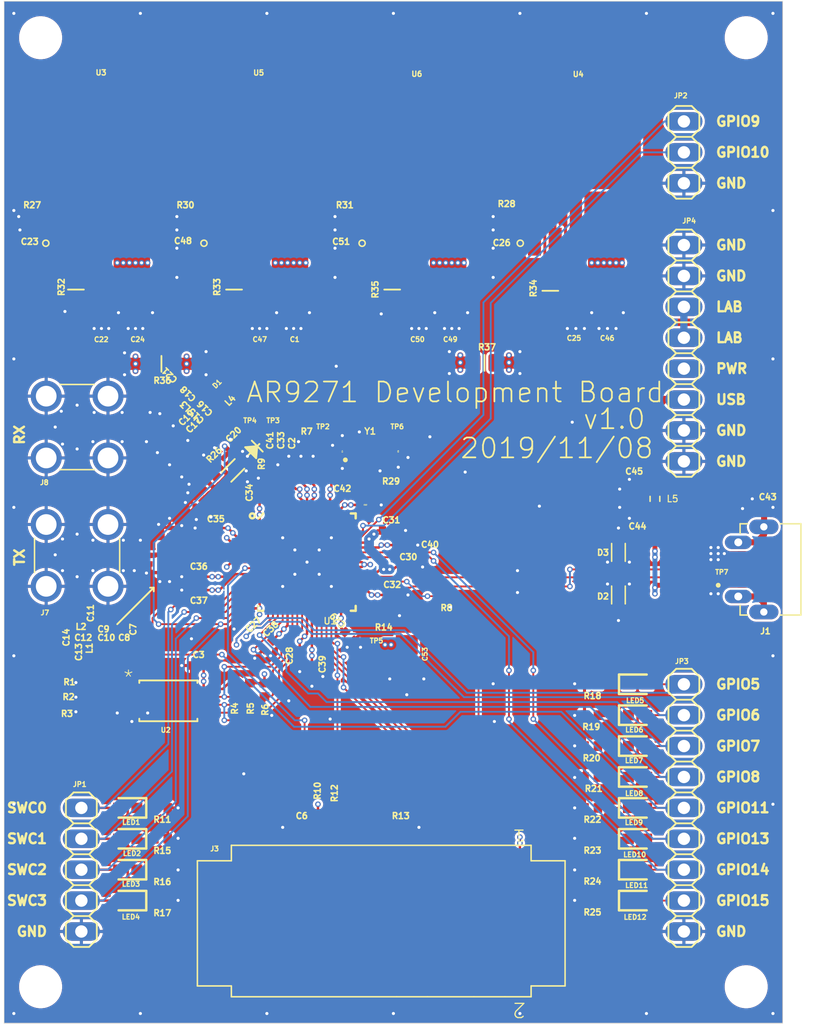
<source format=kicad_pcb>
(kicad_pcb (version 20241229) (generator "pcbnew") (generator_version "9.0")
  (layers (0 "F.Cu" signal) (4 "In1.Cu" signal) (6 "In2.Cu" signal) (2 "B.Cu" signal) (13 "F.Paste" user) (15 "B.Paste" user) (5 "F.SilkS" user "F.Silkscreen") (7 "B.SilkS" user "B.Silkscreen") (1 "F.Mask" user) (3 "B.Mask" user) (25 "Edge.Cuts" user))
  (net 0 "")
  (net 1 "USB_DM")
  (net 2 "USB_DP")
  (net 3 "EE-WP")
  (net 4 "EE-SCK")
  (net 5 "EE-SDA")
  (net 6 "USB+5V")
  (net 7 "LDO_IN")
  (net 8 "N$7")
  (net 9 "A1")
  (net 10 "A2")
  (net 11 "GND")
  (net 12 "XTALI")
  (net 13 "XTALO")
  (net 14 "CTRL1")
  (net 15 "TXRTUNE")
  (net 16 "~{RST}")
  (net 17 "BIASREF")
  (net 18 "N$12")
  (net 19 "TDI")
  (net 20 "TMS")
  (net 21 "TCK")
  (net 22 "TDO-PRE-RES")
  (net 23 "TDO")
  (net 24 "SPIBOOT")
  (net 25 "SWCOM3")
  (net 26 "SWCOM2")
  (net 27 "SWCOM1")
  (net 28 "SWCOM0")
  (net 29 "N$13")
  (net 30 "N$19")
  (net 31 "N$20")
  (net 32 "GPIO9")
  (net 33 "GPIO10")
  (net 34 "N$21")
  (net 35 "N$26")
  (net 36 "N$27")
  (net 37 "N$28")
  (net 38 "N$29")
  (net 39 "N$34")
  (net 40 "N$35")
  (net 41 "N$36")
  (net 42 "GPIO5")
  (net 43 "GPIO6")
  (net 44 "GPIO7")
  (net 45 "GPIO8")
  (net 46 "GPIO11")
  (net 47 "GPIO13")
  (net 48 "GPIO14")
  (net 49 "GPIO15")
  (net 50 "RFOUT_P")
  (net 51 "RFOUT_N")
  (net 52 "RFIN_P")
  (net 53 "RFIN_N")
  (net 54 "N$30")
  (net 55 "USB_+V")
  (net 56 "3V3_D")
  (net 57 "3V3_A")
  (net 58 "1V2_D")
  (net 59 "1V2_A")
  (net 60 "N$14")
  (net 61 "N$18")
  (net 62 "N$22")
  (net 63 "XMIT_OUT")
  (net 64 "N$15")
  (net 65 "N$17")
  (net 66 "N$24")
  (net 67 "RCV_IN")
  (net 68 "N$23")
  (net 69 "N$25")
  (net 70 "N$33")
  (net 71 "N$37")
  (net 72 "N$43")
  (net 73 "N$44")
  (net 74 "N$46")
  (net 75 "N$47")
  (net 76 "CTRL2")
  (net 77 "XPABIOS")
  (net 78 "PDET")
  (net 79 "N$6")
  (net 80 "N$1")
  (footprint ".0402-B-NOSILK" (layer "F.Cu") (at 149.2011 107.7036)
    (property "Reference" "C40")
    (property "Value" "1n")
  )
  (footprint ".0402-B-NOSILK" (layer "F.Cu") (at 140.9011 101.6036 90)
    (property "Reference" "C33")
    (property "Value" "100n")
  )
  (footprint "LEDC1607X80N" (layer "F.Cu") (at 168.5711 134.3836)
    (property "Reference" "LED11")
    (property "Value" "LTST-C193KGKT-5A")
  )
  (footprint ".0201-B-NOSILK" (layer "F.Cu") (at 135.108206 104.359238 135)
    (property "Reference" "C16")
    (property "Value" "10.0pF")
  )
  (footprint ".0402-A-NOSILK" (layer "F.Cu") (at 123.8011 119.0036)
    (property "Reference" "R1")
    (property "Value" "DNP")
  )
  (footprint ".0402-B-NOSILK" (layer "F.Cu") (at 148.4011 111.8036)
    (property "Reference" "C32")
    (property "Value" "100n")
  )
  (footprint "C1206_334" (layer "F.Cu") (at 127.3011 87.2036 -90)
    (property "Reference" "C24")
    (property "Value" "4.7uF")
  )
  (footprint "1X09_325" (layer "F.Cu") (at 172.3811 129.3036 -90)
    (property "Reference" "JP3")
    (property "Value" "")
  )
  (footprint ".0402-B-NOSILK" (layer "F.Cu") (at 149.6011 109.5036)
    (property "Reference" "C30")
    (property "Value" "100n")
  )
  (footprint ".0402-A-NOSILK" (layer "F.Cu") (at 152.7011 111.9036 180)
    (property "Reference" "R8")
    (property "Value" "51.1")
  )
  (footprint ".0201-B-NOSILK" (layer "F.Cu") (at 131.2011 107.7036 180)
    (property "Reference" "C9")
    (property "Value" "10.0pF")
  )
  (footprint ".0402-B-NOSILK" (layer "F.Cu") (at 144.3011 100.0036 90)
    (property "Reference" "C4")
    (property "Value" "10p")
  )
  (footprint ".0402-B-NOSILK" (layer "F.Cu") (at 146.2011 104.4036)
    (property "Reference" "C52")
    (property "Value" "1u")
  )
  (footprint ".0402-B-NOSILK" (layer "F.Cu") (at 132.0011 81.8036 180)
    (property "Reference" "C48")
    (property "Value" "10nF")
  )
  (footprint ".0402-A-NOSILK" (layer "F.Cu") (at 135.5011 119.6036 90)
    (property "Reference" "R4")
    (property "Value" "10k")
  )
  (footprint ".0201-B-NOSILK" (layer "F.Cu") (at 135.332468 99.726647 45)
    (property "Reference" "C20")
    (property "Value" "10.0pF")
  )
  (footprint ".0201-B-NOSILK" (layer "F.Cu") (at 129.7011 108.5036 180)
    (property "Reference" "C12")
    (property "Value" "2.0pF")
  )
  (footprint "STAND-OFF-TIGHT_519" (layer "F.Cu") (at 177.5011 66.0036)
    (property "Reference" "H4" (hide yes))
    (property "Value" "STAND-OFFTIGHT")
  )
  (footprint "LEDC1607X80N" (layer "F.Cu") (at 126.6611 134.3836 180)
    (property "Reference" "LED3")
    (property "Value" "LTST-C193KGKT-5A")
  )
  (footprint "LEDC1607X80N" (layer "F.Cu") (at 168.5711 129.3036)
    (property "Reference" "LED9")
    (property "Value" "LTST-C193KGKT-5A")
  )
  (footprint ".0805-B" (layer "F.Cu") (at 129.4332 92.8077 180)
    (property "Reference" "R36")
    (property "Value" "DNP")
  )
  (footprint "C1206_334" (layer "F.Cu") (at 140.3011 87.2036 -90)
    (property "Reference" "C1")
    (property "Value" "4.7uF")
  )
  (footprint ".0402-A-NOSILK" (layer "F.Cu") (at 147.6011 113.5036 180)
    (property "Reference" "R14")
    (property "Value" "10k")
  )
  (footprint ".0402-A-NOSILK" (layer "F.Cu") (at 123.8011 120.2036)
    (property "Reference" "R2")
    (property "Value" "0")
  )
  (footprint ".0805-B" (layer "F.Cu") (at 155.9886 92.7261)
    (property "Reference" "R37")
    (property "Value" "DNP")
  )
  (footprint ".0402-A-NOSILK" (layer "F.Cu") (at 143.7011 130.3036 -90)
    (property "Reference" "R12")
    (property "Value" "33")
  )
  (footprint ".0402-B-NOSILK" (layer "F.Cu") (at 168.4011 103.1036 180)
    (property "Reference" "C45")
    (property "Value" "100n")
  )
  (footprint "DDPAK-5_Q" (layer "F.Cu") (at 163.5011 74.0036)
    (property "Reference" "U4")
    (property "Value" "LT3080EQPBF" (hide yes))
  )
  (footprint "1X08_325" (layer "F.Cu") (at 172.3811 91.9336 -90)
    (property "Reference" "JP4")
    (property "Value" "")
  )
  (footprint "SOD523" (layer "F.Cu") (at 135.315312 101.565125 -135)
    (property "Reference" "D1")
    (property "Value" "SMP1321-079LF" (hide yes))
  )
  (footprint ".0402-A-NOSILK" (layer "F.Cu") (at 132.0011 80.7036)
    (property "Reference" "R30")
    (property "Value" "330k")
  )
  (footprint ".0402-B-NOSILK" (layer "F.Cu") (at 141.9011 101.6036 90)
    (property "Reference" "C2")
    (property "Value" "100n")
  )
  (footprint ".0201-B-NOSILK" (layer "F.Cu") (at 130.1011 109.6036 90)
    (property "Reference" "L1")
    (property "Value" "1.8nH")
  )
  (footprint ".0402-B-NOSILK" (layer "F.Cu") (at 139.9011 101.6036 90)
    (property "Reference" "C41")
    (property "Value" "1u")
  )
  (footprint "STAND-OFF-TIGHT_519" (layer "F.Cu") (at 119.5011 144.0036)
    (property "Reference" "H1" (hide yes))
    (property "Value" "STAND-OFFTIGHT")
  )
  (footprint "LEDC1607X80N" (layer "F.Cu") (at 168.5711 136.9236)
    (property "Reference" "LED12")
    (property "Value" "LTST-C193KGKT-5A")
  )
  (footprint "TP06R_385" (layer "F.Cu") (at 138.6011 104.1036)
    (property "Reference" "TP4")
    (property "Value" "TPTP06R")
  )
  (footprint ".0402-B-NOSILK" (layer "F.Cu") (at 148.1011 106.5036)
    (property "Reference" "C31")
    (property "Value" "100n")
  )
  (footprint ".0402-B-NOSILK" (layer "F.Cu") (at 119.1011 81.8036 180)
    (property "Reference" "C23")
    (property "Value" "10nF")
  )
  (footprint ".0402-A-NOSILK" (layer "F.Cu") (at 164.7611 136.9236)
    (property "Reference" "R25")
    (property "Value" "510")
  )
  (footprint ".0402-A-NOSILK" (layer "F.Cu") (at 136.7011 119.6036 90)
    (property "Reference" "R5")
    (property "Value" "4.7k")
  )
  (footprint ".0402-A-NOSILK" (layer "F.Cu") (at 145.0011 80.7036)
    (property "Reference" "R31")
    (property "Value" "120k")
  )
  (footprint "TP06R_385" (layer "F.Cu") (at 148.9011 98.6036)
    (property "Reference" "TP6")
    (property "Value" "TPTP06R")
  )
  (footprint ".0402-A-NOSILK" (layer "F.Cu") (at 164.7611 119.1436)
    (property "Reference" "R18")
    (property "Value" "510")
  )
  (footprint ".0402-B-NOSILK" (layer "F.Cu") (at 133.5011 106.3036 180)
    (property "Reference" "C35")
    (property "Value" "10p")
  )
  (footprint ".0805-B" (layer "F.Cu") (at 135.4011 86.7036 -90)
    (property "Reference" "R33")
    (property "Value" "0")
  )
  (footprint "DDPAK-5_Q" (layer "F.Cu") (at 124.5011 74.0036)
    (property "Reference" "U3")
    (property "Value" "LT3080EQPBF" (hide yes))
  )
  (footprint ".0201-B-NOSILK" (layer "F.Cu") (at 133.057596 104.854213 -135)
    (property "Reference" "C17")
    (property "Value" "1.5pF")
  )
  (footprint ".0402-A-NOSILK" (layer "F.Cu") (at 119.0011 80.7036)
    (property "Reference" "R27")
    (property "Value" "330k")
  )
  (footprint ".0201-B-NOSILK" (layer "F.Cu") (at 134.271809 100.787307 -135)
    (property "Reference" "R26")
    (property "Value" "1.0k")
  )
  (footprint ".0201-B-NOSILK" (layer "F.Cu") (at 130.1011 106.6036 -90)
    (property "Reference" "C11")
    (property "Value" "2.0pF")
  )
  (footprint "DDPAK-5_Q" (layer "F.Cu") (at 137.5011 74.0036)
    (property "Reference" "U5")
    (property "Value" "LT3080EQPBF" (hide yes))
  )
  (footprint "AMPHENOL_132134-15" (layer "F.Cu") (at 122.5011 98.0036)
    (property "Reference" "J8")
    (property "Value" "132134-15")
  )
  (footprint ".0402-B-NOSILK" (layer "F.Cu") (at 140.8011 116.8036 -90)
    (property "Reference" "C28")
    (property "Value" "100n")
  )
  (footprint ".0402-A-NOSILK" (layer "F.Cu") (at 164.7611 129.3036)
    (property "Reference" "R22")
    (property "Value" "510")
  )
  (footprint ".0201-B-NOSILK" (layer "F.Cu") (at 132.986884 102.237916 135)
    (property "Reference" "C21")
    (property "Value" "100.0pF")
  )
  (footprint ".0402-B-NOSILK" (layer "F.Cu") (at 144.886956 115.2036 -45)
    (property "Reference" "C29")
    (property "Value" "100n")
  )
  (footprint "HTST-110-01-XX-DV" (layer "F.Cu") (at 147.5011 138.6036 180)
    (property "Reference" "J3")
    (property "Value" "HTST-110-01-XX-DV")
  )
  (footprint "LEDC1607X80N" (layer "F.Cu") (at 168.5711 126.7636)
    (property "Reference" "LED8")
    (property "Value" "LTST-C193KGKT-5A")
  )
  (footprint "8X" (layer "F.Cu") (at 130.0011 120.5036)
    (property "Reference" "U2")
    (property "Value" "AT24C04C-XHM-T" (hide yes))
  )
  (footprint "XTAL_ECS-400-10-36-CKY-TR" (layer "F.Cu") (at 146.6011 100.0036)
    (property "Reference" "Y1")
    (property "Value" "ECS-400-10-36-CKY-TR")
  )
  (footprint ".0402-A-NOSILK" (layer "F.Cu") (at 129.4011 134.3836 180)
    (property "Reference" "R16")
    (property "Value" "510")
  )
  (footprint "C1206_334" (layer "F.Cu") (at 124.5011 87.2036 -90)
    (property "Reference" "C22")
    (property "Value" "4.7uF")
  )
  (footprint ".0402-B-NOSILK" (layer "F.Cu") (at 138.2011 115.9036 -135)
    (property "Reference" "C38")
    (property "Value" "1n")
  )
  (footprint ".0402-A-NOSILK" (layer "F.Cu") (at 146.2011 102.4036)
    (property "Reference" "R29")
    (property "Value" "1M")
  )
  (footprint ".0201-B-NOSILK" (layer "F.Cu") (at 134.047543 103.298575 135)
    (property "Reference" "C18")
    (property "Value" "1.5pF")
  )
  (footprint ".0402-A-NOSILK" (layer "F.Cu") (at 142.3011 130.3036 90)
    (property "Reference" "R10")
    (property "Value" "10k")
  )
  (footprint ".0201-B-NOSILK" (layer "F.Cu") (at 135.6446 103.357157 -135)
    (property "Reference" "L4")
    (property "Value" "2.2nH")
  )
  (footprint "ESD_PGB1010603MR" (layer "F.Cu") (at 167.0011 111.8036 -90)
    (property "Reference" "D2")
    (property "Value" "PGB1010603MR")
  )
  (footprint "LEDC1607X80N" (layer "F.Cu") (at 168.5711 124.2236)
    (property "Reference" "LED7")
    (property "Value" "LTST-C193KGKT-5A")
  )
  (footprint ".0402-B-NOSILK" (layer "F.Cu") (at 168.4011 104.6036 180)
    (property "Reference" "C44")
    (property "Value" "10n")
  )
  (footprint ".0402-B-NOSILK" (layer "F.Cu") (at 158.0011 81.8036 180)
    (property "Reference" "C26")
    (property "Value" "100n")
  )
  (footprint ".0402-B-NOSILK" (layer "F.Cu") (at 132.4011 117.6036 180)
    (property "Reference" "C3")
    (property "Value" "100n")
  )
  (footprint ".0805-B" (layer "F.Cu") (at 122.4011 86.7036 -90)
    (property "Reference" "R32")
    (property "Value" "0")
  )
  (footprint ".0402-A-NOSILK" (layer "F.Cu") (at 142.0011 99.2036)
    (property "Reference" "R7")
    (property "Value" "10k")
  )
  (footprint ".0201-B-NOSILK" (layer "F.Cu") (at 129.7011 107.7036 180)
    (property "Reference" "L2")
    (property "Value" "1.8nH")
  )
  (footprint ".0201-B-NOSILK" (layer "F.Cu") (at 129.3011 109.6036 90)
    (property "Reference" "C13")
    (property "Value" "2.0pF")
  )
  (footprint ".0402-A-NOSILK" (layer "F.Cu") (at 123.8011 121.4036)
    (property "Reference" "R3")
    (property "Value" "0")
  )
  (footprint ".0402-B-NOSILK" (layer "F.Cu") (at 132.4011 111.4036 180)
    (property "Reference" "C37")
    (property "Value" "100p")
  )
  (footprint ".0402-A-NOSILK" (layer "F.Cu") (at 158.0011 80.7036)
    (property "Reference" "R28")
    (property "Value" "120k")
  )
  (footprint ".0201-B-NOSILK" (layer "F.Cu") (at 132.7011 108.5036 180)
    (property "Reference" "C8")
    (property "Value" "10.0pF")
  )
  (footprint "C1206_334" (layer "F.Cu") (at 150.5011 87.2036 -90)
    (property "Reference" "C50")
    (property "Value" "4.7uF")
  )
  (footprint "LEDC1607X80N" (layer "F.Cu") (at 126.6611 129.3036 180)
    (property "Reference" "LED1")
    (property "Value" "LTST-C193KGKT-5A")
  )
  (footprint ".0201-B-NOSILK" (layer "F.Cu") (at 133.55964 103.79355 135)
    (property "Reference" "L3")
    (property "Value" "2.2nH")
  )
  (footprint ".0805-B" (layer "F.Cu") (at 148.4011 86.7036 -90)
    (property "Reference" "R35")
    (property "Value" "0")
  )
  (footprint "LEDC1607X80N" (layer "F.Cu") (at 126.6611 136.9236 180)
    (property "Reference" "LED4")
    (property "Value" "LTST-C193KGKT-5A")
  )
  (footprint "C1206_334" (layer "F.Cu") (at 153.3011 87.2036 -90)
    (property "Reference" "C49")
    (property "Value" "4.7uF")
  )
  (footprint "INDC1608X95" (layer "F.Cu") (at 170.0011 103.9036 90)
    (property "Reference" "L5")
    (property "Value" "BLM18PG221SH1D")
  )
  (footprint ".0402-B-NOSILK" (layer "F.Cu") (at 141.8011 118.0036 -90)
    (property "Reference" "C39")
    (property "Value" "10n")
  )
  (footprint "TP06R_385" (layer "F.Cu") (at 139.6011 104.1036)
    (property "Reference" "TP3")
    (property "Value" "TPTP06R")
  )
  (footprint "LEDC1607X80N" (layer "F.Cu") (at 168.5711 121.6836)
    (property "Reference" "LED6")
    (property "Value" "LTST-C193KGKT-5A")
  )
  (footprint "LEDC1607X80N" (layer "F.Cu") (at 126.6611 131.8436 180)
    (property "Reference" "LED2")
    (property "Value" "LTST-C193KGKT-5A")
  )
  (footprint "C1206_334" (layer "F.Cu") (at 163.5011 87.2036 -90)
    (property "Reference" "C25")
    (property "Value" "4.7uF")
  )
  (footprint ".0402-A-NOSILK" (layer "F.Cu") (at 138.8011 102.6036 90)
    (property "Reference" "R9")
    (property "Value" "6.19k")
  )
  (footprint "DDPAK-5_Q" (layer "F.Cu") (at 150.5011 74.0036)
    (property "Reference" "U6")
    (property "Value" "LT3080EQPBF" (hide yes))
  )
  (footprint ".0402-B-NOSILK" (layer "F.Cu") (at 132.4011 110.3036 180)
    (property "Reference" "C36")
    (property "Value" "10p")
  )
  (footprint ".0402-B-NOSILK" (layer "F.Cu") (at 178.4743 104.7154 180)
    (property "Reference" "C43")
    (property "Value" "100n")
  )
  (footprint ".0201-B-NOSILK" (layer "F.Cu") (at 131.2011 108.5036 180)
    (property "Reference" "C10")
    (property "Value" "2.0pF")
  )
  (footprint ".0201-B-NOSILK" (layer "F.Cu") (at 132.491909 104.288525 -135)
    (property "Reference" "C19")
    (property "Value" "1.0pF")
  )
  (footprint ".0402-A-NOSILK" (layer "F.Cu") (at 149.2011 130.9036 180)
    (property "Reference" "R13")
    (property "Value" "10k")
  )
  (footprint "QFN-68" (layer "F.Cu") (at 141.4011 109.1036)
    (property "Reference" "U1")
    (property "Value" "U-ATHEROS-AR9271" (hide yes))
  )
  (footprint ".0402-A-NOSILK" (layer "F.Cu") (at 164.7611 121.6836)
    (property "Reference" "R19")
    (property "Value" "510")
  )
  (footprint "TP06R_385" (layer "F.Cu") (at 176.2011 109.0536)
    (property "Reference" "TP7")
    (property "Value" "TPTP06R")
  )
  (footprint ".0402-B-NOSILK" (layer "F.Cu") (at 148.9011 100.0036 -90)
    (property "Reference" "C5")
    (property "Value" "10p")
  )
  (footprint ".0201-B-NOSILK" (layer "F.Cu") (at 133.8011 108.1036 -90)
    (property "Reference" "C7")
    (property "Value" "2.2pF")
  )
  (footprint ".0805-B" (layer "F.Cu") (at 161.4011 86.8036 -90)
    (property "Reference" "R34")
    (property "Value" "0")
  )
  (footprint "CUI_UJ2-MIBH2-4-SMT-TR" (layer "F.Cu") (at 179.5011 109.7036 90)
    (property "Reference" "J1")
    (property "Value" "UJ2-MIBH2-4-SMT-TR")
  )
  (footprint "1X05_325" (layer "F.Cu") (at 122.8511 134.3836 -90)
    (property "Reference" "JP1")
    (property "Value" "")
  )
  (footprint ".0402-B-NOSILK" (layer "F.Cu") (at 140.7011 130.9036 180)
    (property "Reference" "C6")
    (property "Value" "100n")
  )
  (footprint ".0402-B-NOSILK" (layer "F.Cu") (at 143.9011 102.2036)
    (property "Reference" "C42")
    (property "Value" "1u")
  )
  (footprint ".0201-B-NOSILK" (layer "F.Cu") (at 128.5011 108.9036 -90)
    (property "Reference" "C14")
    (property "Value" "1.0pF")
  )
  (footprint ".0402-B-NOSILK" (layer "F.Cu") (at 137.5011 103.5036 90)
    (property "Reference" "C34")
    (property "Value" "100n")
  )
  (footprint "C1206_334" (layer "F.Cu") (at 166.1011 87.2036 -90)
    (property "Reference" "C46")
    (property "Value" "4.7uF")
  )
  (footprint ".0402-A-NOSILK" (layer "F.Cu") (at 129.4011 131.8436 180)
    (property "Reference" "R15")
    (property "Value" "510")
  )
  (footprint ".0402-A-NOSILK" (layer "F.Cu") (at 164.7611 124.2236)
    (property "Reference" "R20")
    (property "Value" "510")
  )
  (footprint ".0402-B-NOSILK" (layer "F.Cu") (at 145.0011 81.8036 180)
    (property "Reference" "C51")
    (property "Value" "100n")
  )
  (footprint "TP06R_385" (layer "F.Cu") (at 146.2011 113.5036)
    (property "Reference" "TP5")
    (property "Value" "TPTP06R")
  )
  (footprint ".0402-A-NOSILK" (layer "F.Cu") (at 164.7611 126.7636)
    (property "Reference" "R21")
    (property "Value" "510")
  )
  (footprint "STAND-OFF-TIGHT_519" (layer "F.Cu") (at 177.5011 144.0036)
    (property "Reference" "H2" (hide yes))
    (property "Value" "STAND-OFFTIGHT")
  )
  (footprint "LEDC1607X80N" (layer "F.Cu") (at 168.5711 131.8436)
    (property "Reference" "LED10")
    (property "Value" "LTST-C193KGKT-5A")
  )
  (footprint "C1206_334" (layer "F.Cu") (at 137.5011 87.2036 -90)
    (property "Reference" "C47")
    (property "Value" "4.7uF")
  )
  (footprint ".0402-A-NOSILK" (layer "F.Cu") (at 137.9011 119.6036 90)
    (property "Reference" "R6")
    (property "Value" "4.7k")
  )
  (footprint ".0402-A-NOSILK" (layer "F.Cu") (at 129.4011 129.3036 180)
    (property "Reference" "R11")
    (property "Value" "510")
  )
  (footprint ".0402-A-NOSILK" (layer "F.Cu") (at 164.7611 131.8436)
    (property "Reference" "R23")
    (property "Value" "510")
  )
  (footprint "TP06R_385" (layer "F.Cu") (at 143.2011 101.3036)
    (property "Reference" "TP2")
    (property "Value" "TPTP06R")
  )
  (footprint "LEDC1607X80N" (layer "F.Cu") (at 168.5711 119.1436)
    (property "Reference" "LED5")
    (property "Value" "LTST-C193KGKT-5A")
  )
  (footprint "AMPHENOL_132134-15" (layer "F.Cu") (at 122.5011 108.5536 90)
    (property "Reference" "J7")
    (property "Value" "132134-15")
  )
  (footprint ".0402-A-NOSILK" (layer "F.Cu") (at 164.7611 134.3836)
    (property "Reference" "R24")
    (property "Value" "510")
  )
  (footprint "STAND-OFF-TIGHT_519" (layer "F.Cu") (at 119.5011 66.0036)
    (property "Reference" "H3" (hide yes))
    (property "Value" "STAND-OFFTIGHT")
  )
  (footprint "C1206_334" (layer "F.Cu") (at 149.6011 117.3036 -90)
    (property "Reference" "C53")
    (property "Value" "4.7uF")
  )
  (footprint ".0201-B-NOSILK" (layer "F.Cu") (at 134.613231 104.854213 135)
    (property "Reference" "C15")
    (property "Value" "10.0pF")
  )
  (footprint "ESD_PGB1010603MR" (layer "F.Cu") (at 167.0011 108.3036 90)
    (property "Reference" "D3")
    (property "Value" "PGB1010603MR")
  )
  (footprint ".0402-A-NOSILK" (layer "F.Cu") (at 129.4011 136.9236 180)
    (property "Reference" "R17")
    (property "Value" "510")
  )
  (footprint ".0402-B-NOSILK" (layer "F.Cu") (at 136.2911 113.7136 -135)
    (property "Reference" "C27")
    (property "Value" "100n")
  )
  (footprint "1X03_325" (layer "F.Cu") (at 172.3811 75.4236 -90)
    (property "Reference" "JP2")
    (property "Value" "")
  )
  (gr_line (start 125.8011 114.2036) (end 128.8011 111.2036) (stroke (width 0.1524)) (layer "F.SilkS"))
  (gr_line (start 128.8011 111.5036) (end 128.8011 111.2036) (stroke (width 0.1524)) (layer "F.SilkS"))
  (gr_line (start 128.8011 111.2036) (end 128.5011 111.2036) (stroke (width 0.1524)) (layer "F.SilkS"))
  (gr_line (start 180.5011 63.0036) (end 116.5011 63.0036) (stroke (width 0.05)) (layer "Edge.Cuts"))
  (gr_line (start 180.5011 147.0036) (end 180.5011 63.0036) (stroke (width 0.05)) (layer "Edge.Cuts"))
  (gr_line (start 116.5011 63.0036) (end 116.5011 147.0036) (stroke (width 0.05)) (layer "Edge.Cuts"))
  (gr_line (start 116.5011 147.0036) (end 180.5011 147.0036) (stroke (width 0.05)) (layer "Edge.Cuts"))
  (gr_text "GPIO14" (at 174.9211 134.3836 0) (layer "F.SilkS") (effects (font (size 0.8 0.8) (thickness 0.2)) (justify left)))
  (gr_text "SWC1" (at 116.633004 131.8436 0) (layer "F.SilkS") (effects (font (size 0.8 0.8) (thickness 0.2)) (justify left)))
  (gr_text "GND" (at 174.9211 139.4636 0) (layer "F.SilkS") (effects (font (size 0.8 0.8) (thickness 0.2)) (justify left)))
  (gr_text "SWC0" (at 116.633004 129.3036 0) (layer "F.SilkS") (effects (font (size 0.8 0.8) (thickness 0.2)) (justify left)))
  (gr_text "USB" (at 174.9211 95.7436 0) (layer "F.SilkS") (effects (font (size 0.8 0.8) (thickness 0.2)) (justify left)))
  (gr_text "GND" (at 174.9211 83.0436 0) (layer "F.SilkS") (effects (font (size 0.8 0.8) (thickness 0.2)) (justify left)))
  (gr_text "GPIO7" (at 174.9211 124.2236 0) (layer "F.SilkS") (effects (font (size 0.8 0.8) (thickness 0.2)) (justify left)))
  (gr_text "GPIO15" (at 174.9211 136.9236 0) (layer "F.SilkS") (effects (font (size 0.8 0.8) (thickness 0.2)) (justify left)))
  (gr_text "GPIO8" (at 174.9211 126.7636 0) (layer "F.SilkS") (effects (font (size 0.8 0.8) (thickness 0.2)) (justify left)))
  (gr_text "2019/11/08" (at 153.9011 100.7036 0) (layer "F.SilkS") (effects (font (size 1.63576 1.63576) (thickness 0.14224)) (justify left bottom)))
  (gr_text "v1.0" (at 164.0011 98.3036 0) (layer "F.SilkS") (effects (font (size 1.63576 1.63576) (thickness 0.14224)) (justify left bottom)))
  (gr_text "GND" (at 174.9211 98.2836 0) (layer "F.SilkS") (effects (font (size 0.8 0.8) (thickness 0.2)) (justify left)))
  (gr_text "LAB" (at 174.9211 90.6636 0) (layer "F.SilkS") (effects (font (size 0.8 0.8) (thickness 0.2)) (justify left)))
  (gr_text "GND" (at 174.9211 85.5836 0) (layer "F.SilkS") (effects (font (size 0.8 0.8) (thickness 0.2)) (justify left)))
  (gr_text "LAB" (at 174.9211 88.1236 0) (layer "F.SilkS") (effects (font (size 0.8 0.8) (thickness 0.2)) (justify left)))
  (gr_text "GND" (at 117.433005 139.4636 0) (layer "F.SilkS") (effects (font (size 0.8 0.8) (thickness 0.2)) (justify left)))
  (gr_text "SWC2" (at 116.633004 134.3836 0) (layer "F.SilkS") (effects (font (size 0.8 0.8) (thickness 0.2)) (justify left)))
  (gr_text "GPIO6" (at 174.9211 121.6836 0) (layer "F.SilkS") (effects (font (size 0.8 0.8) (thickness 0.2)) (justify left)))
  (gr_text "PWR" (at 174.9211 93.2036 0) (layer "F.SilkS") (effects (font (size 0.8 0.8) (thickness 0.2)) (justify left)))
  (gr_text "GPIO5" (at 174.9211 119.1436 0) (layer "F.SilkS") (effects (font (size 0.8 0.8) (thickness 0.2)) (justify left)))
  (gr_text "GND" (at 174.9211 100.8236 0) (layer "F.SilkS") (effects (font (size 0.8 0.8) (thickness 0.2)) (justify left)))
  (gr_text "AR9271 Development Board" (at 136.3011 96.1036 0) (layer "F.SilkS") (effects (font (size 1.63576 1.63576) (thickness 0.14224)) (justify left bottom)))
  (gr_text "RX" (at 117.7711 99.555505 90) (layer "F.SilkS") (effects (font (size 0.8 0.8) (thickness 0.2)) (justify left)))
  (gr_text "TX" (at 117.7711 109.525029 90) (layer "F.SilkS") (effects (font (size 0.8 0.8) (thickness 0.2)) (justify left)))
  (gr_text "GPIO10" (at 174.9211 75.4236 0) (layer "F.SilkS") (effects (font (size 0.8 0.8) (thickness 0.2)) (justify left)))
  (gr_text "GPIO9" (at 174.9211 72.8836 0) (layer "F.SilkS") (effects (font (size 0.8 0.8) (thickness 0.2)) (justify left)))
  (gr_text "GPIO13" (at 174.9211 131.8436 0) (layer "F.SilkS") (effects (font (size 0.8 0.8) (thickness 0.2)) (justify left)))
  (gr_text "GND" (at 174.9211 77.9636 0) (layer "F.SilkS") (effects (font (size 0.8 0.8) (thickness 0.2)) (justify left)))
  (gr_text "GPIO11" (at 174.9211 129.3036 0) (layer "F.SilkS") (effects (font (size 0.8 0.8) (thickness 0.2)) (justify left)))
  (gr_text "SWC3" (at 116.633004 136.9236 0) (layer "F.SilkS") (effects (font (size 0.8 0.8) (thickness 0.2)) (justify left)))
  (segment (start 177.4011 110.3536) (end 167.0011 110.3536) (width 0.1524) (layer "F.Cu") (net 1))
  (segment (start 149.8011 110.2036) (end 149.9011 110.3536) (width 0.1524) (layer "F.Cu") (net 1))
  (segment (start 149.314143 110.2036) (end 149.8011 110.2036) (width 0.1524) (layer "F.Cu") (net 1))
  (segment (start 167.0011 110.9136) (end 167.0011 110.3536) (width 0.1524) (layer "F.Cu") (net 1))
  (segment (start 149.227187 110.3036) (end 149.314143 110.2036) (width 0.1524) (layer "F.Cu") (net 1))
  (segment (start 167.0011 110.3536) (end 149.9011 110.3536) (width 0.1524) (layer "F.Cu") (net 1))
  (segment (start 145.3011 110.3036) (end 149.227187 110.3036) (width 0.1524) (layer "F.Cu") (net 1))
  (segment (start 167.0011 109.1936) (end 167.0011 109.7036) (width 0.132525) (layer "F.Cu") (net 2))
  (segment (start 150.0011 111.1036) (end 149.9011 111.2036) (width 0.1524) (layer "F.Cu") (net 2))
  (segment (start 149.3011 111.2036) (end 149.2011 111.1036) (width 0.1524) (layer "F.Cu") (net 2))
  (segment (start 167.0011 109.7036) (end 163.0111 109.7036) (width 0.1524) (layer "F.Cu") (net 2))
  (segment (start 167.0011 109.5936) (end 167.0011 109.1936) (width 0.132525) (layer "F.Cu") (net 2))
  (segment (start 163.0111 111.1036) (end 150.0011 111.1036) (width 0.1524) (layer "F.Cu") (net 2))
  (segment (start 149.9011 111.2036) (end 149.3011 111.2036) (width 0.1524) (layer "F.Cu") (net 2))
  (segment (start 167.1111 109.7036) (end 167.0011 109.5936) (width 0.132525) (layer "F.Cu") (net 2))
  (segment (start 177.4011 109.7036) (end 167.1111 109.7036) (width 0.1524) (layer "F.Cu") (net 2))
  (segment (start 149.2011 111.1036) (end 145.3011 111.1036) (width 0.1524) (layer "F.Cu") (net 2))
  (via (at 163.0111 109.7036) (size 0.4572) (drill 0.254) (layers "F.Cu" "B.Cu") (net 2))
  (via (at 163.0111 111.1036) (size 0.4572) (drill 0.254) (layers "F.Cu" "B.Cu") (net 2))
  (segment (start 163.0111 109.7036) (end 163.0111 111.1036) (width 0.1524) (layer "B.Cu") (net 2))
  (segment (start 134.6011 120.1786) (end 135.4761 120.1786) (width 0.1524) (layer "F.Cu") (net 3))
  (segment (start 140.2011 114.693032) (end 139.290531 115.6036) (width 0.1524) (layer "F.Cu") (net 3))
  (segment (start 140.2011 113.0036) (end 140.2011 114.693032) (width 0.1524) (layer "F.Cu") (net 3))
  (segment (start 134.6011 117.7036) (end 138.390531 117.7036) (width 0.1524) (layer "F.Cu") (net 3))
  (segment (start 135.4761 120.1786) (end 135.5011 120.1536) (width 0.1524) (layer "F.Cu") (net 3))
  (segment (start 138.390531 117.7036) (end 139.290531 116.8036) (width 0.1524) (layer "F.Cu") (net 3))
  (segment (start 132.9511 120.1786) (end 134.6011 120.1786) (width 0.1524) (layer "F.Cu") (net 3))
  (segment (start 139.290531 115.6036) (end 139.290531 116.8036) (width 0.1524) (layer "F.Cu") (net 3))
  (via (at 134.6011 120.1786) (size 0.4572) (drill 0.254) (layers "F.Cu" "B.Cu") (net 3))
  (via (at 134.6011 117.7036) (size 0.4572) (drill 0.254) (layers "F.Cu" "B.Cu") (net 3))
  (segment (start 134.6011 120.1786) (end 134.6011 117.7036) (width 0.1524) (layer "B.Cu") (net 3))
  (segment (start 139.9011 117.2036) (end 139.1011 118.0036) (width 0.1524) (layer "F.Cu") (net 4))
  (segment (start 136.4761 120.8286) (end 136.7011 120.6036) (width 0.1524) (layer "F.Cu") (net 4))
  (segment (start 141.0011 114.698738) (end 139.9011 115.798738) (width 0.1524) (layer "F.Cu") (net 4))
  (segment (start 132.9511 120.8286) (end 134.6011 120.8286) (width 0.1524) (layer "F.Cu") (net 4))
  (segment (start 141.0011 113.0036) (end 141.0011 114.698738) (width 0.1524) (layer "F.Cu") (net 4))
  (segment (start 139.1011 118.0036) (end 139.1011 120.3036) (width 0.1524) (layer "F.Cu") (net 4))
  (segment (start 139.9011 115.798738) (end 139.9011 117.2036) (width 0.1524) (layer "F.Cu") (net 4))
  (segment (start 136.7011 120.6036) (end 136.7011 120.1536) (width 0.1524) (layer "F.Cu") (net 4))
  (segment (start 139.1011 120.3036) (end 137.3011 122.1036) (width 0.1524) (layer "F.Cu") (net 4))
  (segment (start 137.3011 122.1036) (end 134.6011 122.1036) (width 0.1524) (layer "F.Cu") (net 4))
  (segment (start 134.6011 120.8286) (end 136.4761 120.8286) (width 0.1524) (layer "F.Cu") (net 4))
  (via (at 134.6011 122.1036) (size 0.4572) (drill 0.254) (layers "F.Cu" "B.Cu") (net 4))
  (via (at 134.6011 120.8286) (size 0.4572) (drill 0.254) (layers "F.Cu" "B.Cu") (net 4))
  (segment (start 134.6011 122.1036) (end 134.6011 120.8286) (width 0.1524) (layer "B.Cu") (net 4))
  (segment (start 140.6011 113.0036) (end 140.6011 114.7036) (width 0.1524) (layer "F.Cu") (net 5))
  (segment (start 139.6011 115.7036) (end 139.6011 117.0036) (width 0.1524) (layer "F.Cu") (net 5))
  (segment (start 138.6011 118.0036) (end 139.6011 117.0036) (width 0.1524) (layer "F.Cu") (net 5))
  (segment (start 137.9011 120.1536) (end 138.4511 120.1536) (width 0.1524) (layer "F.Cu") (net 5))
  (segment (start 138.6011 120.0036) (end 138.6011 118.0036) (width 0.1524) (layer "F.Cu") (net 5))
  (segment (start 132.9511 121.4786) (end 137.0261 121.4786) (width 0.1524) (layer "F.Cu") (net 5))
  (segment (start 140.6011 114.7036) (end 139.6011 115.7036) (width 0.1524) (layer "F.Cu") (net 5))
  (segment (start 137.0261 121.4786) (end 137.9011 120.6036) (width 0.1524) (layer "F.Cu") (net 5))
  (segment (start 137.9011 120.6036) (end 137.9011 120.1536) (width 0.1524) (layer "F.Cu") (net 5))
  (segment (start 138.4511 120.1536) (end 138.6011 120.0036) (width 0.1524) (layer "F.Cu") (net 5))
  (segment (start 170.0011 103.1286) (end 170.0011 96.5036) (width 0.6) (layer "F.Cu") (net 6))
  (segment (start 168.9261 103.1286) (end 170.0011 103.1286) (width 0.4) (layer "F.Cu") (net 6))
  (segment (start 168.9011 103.1036) (end 168.9261 103.1286) (width 0.4) (layer "F.Cu") (net 6))
  (segment (start 170.7611 95.7436) (end 172.3811 95.7436) (width 0.6) (layer "F.Cu") (net 6))
  (segment (start 170.0011 96.5036) (end 170.7611 95.7436) (width 0.6) (layer "F.Cu") (net 6))
  (via (at 165.8011 84.5036) (size 0.4572) (drill 0.254) (layers "F.Cu" "B.Cu") (net 7))
  (via (at 164.8011 84.5036) (size 0.4572) (drill 0.254) (layers "F.Cu" "B.Cu") (net 7))
  (via (at 153.8011 84.5036) (size 0.4572) (drill 0.254) (layers "F.Cu" "B.Cu") (net 7))
  (via (at 141.3011 84.5036) (size 0.4572) (drill 0.254) (layers "F.Cu" "B.Cu") (net 7))
  (via (at 152.8011 84.5036) (size 0.4572) (drill 0.254) (layers "F.Cu" "B.Cu") (net 7))
  (via (at 126.8011 84.5036) (size 0.4572) (drill 0.254) (layers "F.Cu" "B.Cu") (net 7))
  (via (at 166.8011 84.5036) (size 0.4572) (drill 0.254) (layers "F.Cu" "B.Cu") (net 7))
  (via (at 140.8011 84.5036) (size 0.4572) (drill 0.254) (layers "F.Cu" "B.Cu") (net 7))
  (via (at 126.3011 84.5036) (size 0.4572) (drill 0.254) (layers "F.Cu" "B.Cu") (net 7))
  (via (at 167.3011 84.5036) (size 0.4572) (drill 0.254) (layers "F.Cu" "B.Cu") (net 7))
  (via (at 154.3011 84.5036) (size 0.4572) (drill 0.254) (layers "F.Cu" "B.Cu") (net 7))
  (via (at 152.3011 84.5036) (size 0.4572) (drill 0.254) (layers "F.Cu" "B.Cu") (net 7))
  (via (at 165.3011 84.5036) (size 0.4572) (drill 0.254) (layers "F.Cu" "B.Cu") (net 7))
  (via (at 140.3011 84.5036) (size 0.4572) (drill 0.254) (layers "F.Cu" "B.Cu") (net 7))
  (via (at 127.3011 84.5036) (size 0.4572) (drill 0.254) (layers "F.Cu" "B.Cu") (net 7))
  (via (at 139.8011 84.5036) (size 0.4572) (drill 0.254) (layers "F.Cu" "B.Cu") (net 7))
  (via (at 139.3011 84.5036) (size 0.4572) (drill 0.254) (layers "F.Cu" "B.Cu") (net 7))
  (via (at 127.8011 84.5036) (size 0.4572) (drill 0.254) (layers "F.Cu" "B.Cu") (net 7))
  (via (at 128.3011 84.5036) (size 0.4572) (drill 0.254) (layers "F.Cu" "B.Cu") (net 7))
  (via (at 153.3011 84.5036) (size 0.4572) (drill 0.254) (layers "F.Cu" "B.Cu") (net 7))
  (via (at 125.8011 84.5036) (size 0.4572) (drill 0.254) (layers "F.Cu" "B.Cu") (net 7))
  (via (at 151.8011 84.5036) (size 0.4572) (drill 0.254) (layers "F.Cu" "B.Cu") (net 7))
  (via (at 166.3011 84.5036) (size 0.4572) (drill 0.254) (layers "F.Cu" "B.Cu") (net 7))
  (via (at 138.8011 84.5036) (size 0.4572) (drill 0.254) (layers "F.Cu" "B.Cu") (net 7))
  (segment (start 125.2011 119.0036) (end 124.3511 119.0036) (width 0.1524) (layer "F.Cu") (net 8))
  (segment (start 127.0511 119.5286) (end 125.7261 119.5286) (width 0.1524) (layer "F.Cu") (net 8))
  (segment (start 125.7261 119.5286) (end 125.2011 119.0036) (width 0.1524) (layer "F.Cu") (net 8))
  (segment (start 124.3761 120.1786) (end 124.3511 120.2036) (width 0.1524) (layer "F.Cu") (net 9))
  (segment (start 127.0511 120.1786) (end 124.3761 120.1786) (width 0.1524) (layer "F.Cu") (net 9))
  (segment (start 125.6761 120.8286) (end 125.1011 121.4036) (width 0.1524) (layer "F.Cu") (net 10))
  (segment (start 125.1011 121.4036) (end 124.3511 121.4036) (width 0.1524) (layer "F.Cu") (net 10))
  (segment (start 127.0511 120.8286) (end 125.6761 120.8286) (width 0.1524) (layer "F.Cu") (net 10))
  (segment (start 129.2511 110.0036) (end 128.5011 110.0036) (width 0.2) (layer "F.Cu") (net 11))
  (segment (start 135.892084 103.109672) (end 136.7011 102.300657) (width 0.2) (layer "F.Cu") (net 11))
  (segment (start 132.244421 104.536013) (end 131.676834 105.1036) (width 0.2) (layer "F.Cu") (net 11))
  (segment (start 177.4011 108.4036) (end 174.7011 108.4036) (width 0.4) (layer "F.Cu") (net 11))
  (segment (start 131.912009 104.2036) (end 131.1011 104.2036) (width 0.2) (layer "F.Cu") (net 11))
  (segment (start 130.1011 109.9536) (end 129.3011 109.9536) (width 0.2) (layer "F.Cu") (net 11))
  (segment (start 128.5011 109.2536) (end 128.5011 109.3536) (width 0.2) (layer "F.Cu") (net 11))
  (segment (start 130.1011 109.9536) (end 130.5511 109.9536) (width 0.2) (layer "F.Cu") (net 11))
  (segment (start 130.1011 109.9536) (end 130.1011 110.6036) (width 0.2) (layer "F.Cu") (net 11))
  (segment (start 128.5011 109.2536) (end 128.5011 110.0036) (width 0.2) (layer "F.Cu") (net 11))
  (segment (start 130.1011 106.2536) (end 131.2511 106.2536) (width 0.2) (layer "F.Cu") (net 11))
  (segment (start 128.5011 109.2536) (end 127.7511 109.2536) (width 0.2) (layer "F.Cu") (net 11))
  (segment (start 127.7511 109.2536) (end 127.2011 109.8036) (width 0.2) (layer "F.Cu") (net 11))
  (segment (start 130.1011 106.2536) (end 130.1011 105.5036) (width 0.2) (layer "F.Cu") (net 11))
  (segment (start 130.1011 106.2536) (end 127.9511 106.2536) (width 0.2) (layer "F.Cu") (net 11))
  (segment (start 129.3011 109.9536) (end 129.3011 110.6036) (width 0.2) (layer "F.Cu") (net 11))
  (segment (start 132.244421 104.536013) (end 131.912009 104.2036) (width 0.2) (layer "F.Cu") (net 11))
  (segment (start 130.5511 109.9536) (end 131.0011 110.4036) (width 0.2) (layer "F.Cu") (net 11))
  (segment (start 129.3011 109.9536) (end 129.2511 110.0036) (width 0.2) (layer "F.Cu") (net 11))
  (via (at 156.7011 85.7036) (size 0.4572) (drill 0.254) (layers "F.Cu" "B.Cu") (net 11))
  (via (at 130.7011 85.7036) (size 0.4572) (drill 0.254) (layers "F.Cu" "B.Cu") (net 11))
  (via (at 140.8011 118.1036) (size 0.4572) (drill 0.254) (layers "F.Cu" "B.Cu") (net 11))
  (via (at 156.7011 81.8036) (size 0.4572) (drill 0.254) (layers "F.Cu" "B.Cu") (net 11))
  (via (at 167.4011 88.6036) (size 0.4572) (drill 0.254) (layers "F.Cu" "B.Cu") (net 11))
  (via (at 174.6011 111.7036) (size 0.4572) (drill 0.254) (layers "F.Cu" "B.Cu") (net 11))
  (via (at 130.4011 97.9036) (size 0.4572) (drill 0.254) (layers "F.Cu" "B.Cu") (net 11))
  (via (at 139.4011 107.1036) (size 0.4572) (drill 0.254) (layers "F.Cu" "B.Cu") (net 11))
  (via (at 141.8011 119.3036) (size 0.4572) (drill 0.254) (layers "F.Cu" "B.Cu") (net 11))
  (via (at 128.7011 88.6036) (size 0.4572) (drill 0.254) (layers "F.Cu" "B.Cu") (net 11))
  (via (at 153.1011 93.6036) (size 0.4572) (drill 0.254) (layers "F.Cu" "B.Cu") (net 11))
  (via (at 136.4011 101.6036) (size 0.4572) (drill 0.254) (layers "F.Cu" "B.Cu") (net 11))
  (via (at 165.4011 89.9036) (size 0.4572) (drill 0.254) (layers "F.Cu" "B.Cu") (net 11))
  (via (at 179.7011 104.6036) (size 0.4572) (drill 0.254) (layers "F.Cu" "B.Cu") (net 11))
  (via (at 133.1011 93.7036) (size 0.4572) (drill 0.254) (layers "F.Cu" "B.Cu") (net 11))
  (via (at 167.0011 106.3036) (size 0.4572) (drill 0.254) (layers "F.Cu" "B.Cu") (net 11))
  (via (at 175.2011 107.9036) (size 0.4572) (drill 0.254) (layers "F.Cu" "B.Cu") (net 11))
  (via (at 175.2011 111.7036) (size 0.4572) (drill 0.254) (layers "F.Cu" "B.Cu") (net 11))
  (via (at 147.4011 101.6036) (size 0.4572) (drill 0.254) (layers "F.Cu" "B.Cu") (net 11))
  (via (at 131.1011 106.1036) (size 0.4572) (drill 0.254) (layers "F.Cu" "B.Cu") (net 11))
  (via (at 150.5011 107.7036) (size 0.4572) (drill 0.254) (layers "F.Cu" "B.Cu") (net 11))
  (via (at 129.3011 110.7036) (size 0.4572) (drill 0.254) (layers "F.Cu" "B.Cu") (net 11))
  (via (at 139.0011 101.1036) (size 0.4572) (drill 0.254) (layers "F.Cu" "B.Cu") (net 11))
  (via (at 121.3011 107.2036) (size 0.4572) (drill 0.254) (layers "F.Cu" "B.Cu") (net 11))
  (via (at 129.1011 100.1036) (size 0.4572) (drill 0.254) (layers "F.Cu" "B.Cu") (net 11))
  (via (at 143.7011 81.8036) (size 0.4572) (drill 0.254) (layers "F.Cu" "B.Cu") (net 11))
  (via (at 133.1011 91.8036) (size 0.4572) (drill 0.254) (layers "F.Cu" "B.Cu") (net 11))
  (via (at 127.2011 109.8036) (size 0.4572) (drill 0.254) (layers "F.Cu" "B.Cu") (net 11))
  (via (at 137.5011 89.9036) (size 0.4572) (drill 0.254) (layers "F.Cu" "B.Cu") (net 11))
  (via (at 143.3011 122.0036) (size 0.4572) (drill 0.254) (layers "F.Cu" "B.Cu") (net 11))
  (via (at 166.1011 109.1036) (size 0.4572) (drill 0.254) (layers "F.Cu" "B.Cu") (net 11))
  (via (at 126.7011 89.9036) (size 0.4572) (drill 0.254) (layers "F.Cu" "B.Cu") (net 11))
  (via (at 122.5011 106.8036) (size 0.4572) (drill 0.254) (layers "F.Cu" "B.Cu") (net 11))
  (via (at 167.9011 109.1036) (size 0.4572) (drill 0.254) (layers "F.Cu" "B.Cu") (net 11))
  (via (at 179.7011 146.2036) (size 0.4572) (drill 0.254) (layers "F.Cu" "B.Cu") (net 11))
  (via (at 138.1011 64.0036) (size 0.4572) (drill 0.254) (layers "F.Cu" "B.Cu") (net 11))
  (via (at 122.4011 120.2036) (size 0.4572) (drill 0.254) (layers "F.Cu" "B.Cu") (net 11))
  (via (at 123.8011 107.3036) (size 0.4572) (drill 0.254) (layers "F.Cu" "B.Cu") (net 11))
  (via (at 154.4011 101.7036) (size 0.4572) (drill 0.254) (layers "F.Cu" "B.Cu") (net 11))
  (via (at 138.5011 121.7036) (size 0.4572) (drill 0.254) (layers "F.Cu" "B.Cu") (net 11))
  (via (at 148.2011 118.7036) (size 0.4572) (drill 0.254) (layers "F.Cu" "B.Cu") (net 11))
  (via (at 145.8011 116.1036) (size 0.4572) (drill 0.254) (layers "F.Cu" "B.Cu") (net 11))
  (via (at 125.1011 89.9036) (size 0.4572) (drill 0.254) (layers "F.Cu" "B.Cu") (net 11))
  (via (at 156.8011 122.2036) (size 0.4572) (drill 0.254) (layers "F.Cu" "B.Cu") (net 11))
  (via (at 135.4011 114.6036) (size 0.4572) (drill 0.254) (layers "F.Cu" "B.Cu") (net 11))
  (via (at 156.7011 83.3036) (size 0.4572) (drill 0.254) (layers "F.Cu" "B.Cu") (net 11))
  (via (at 136.5011 102.5036) (size 0.4572) (drill 0.254) (layers "F.Cu" "B.Cu") (net 11))
  (via (at 143.7011 80.7036) (size 0.4572) (drill 0.254) (layers "F.Cu" "B.Cu") (net 11))
  (via (at 167.9011 105.5036) (size 0.4572) (drill 0.254) (layers "F.Cu" "B.Cu") (net 11))
  (via (at 150.6011 89.9036) (size 0.4572) (drill 0.254) (layers "F.Cu" "B.Cu") (net 11))
  (via (at 126.4011 93.7036) (size 0.4572) (drill 0.254) (layers "F.Cu" "B.Cu") (net 11))
  (via (at 163.4011 126.8036) (size 0.4572) (drill 0.254) (layers "F.Cu" "B.Cu") (net 11))
  (via (at 140.9011 89.9036) (size 0.4572) (drill 0.254) (layers "F.Cu" "B.Cu") (net 11))
  (via (at 130.7011 80.7036) (size 0.4572) (drill 0.254) (layers "F.Cu" "B.Cu") (net 11))
  (via (at 139.4011 111.1036) (size 0.4572) (drill 0.254) (layers "F.Cu" "B.Cu") (net 11))
  (via (at 163.4011 131.8036) (size 0.4572) (drill 0.254) (layers "F.Cu" "B.Cu") (net 11))
  (via (at 139.4011 130.9036) (size 0.4572) (drill 0.254) (layers "F.Cu" "B.Cu") (net 11))
  (via (at 127.7011 146.2036) (size 0.4572) (drill 0.254) (layers "F.Cu" "B.Cu") (net 11))
  (via (at 126.4011 91.9036) (size 0.4572) (drill 0.254) (layers "F.Cu" "B.Cu") (net 11))
  (via (at 131.7011 102.7036) (size 0.4572) (drill 0.254) (layers "F.Cu" "B.Cu") (net 11))
  (via (at 174.6011 108.4036) (size 0.4572) (drill 0.254) (layers "F.Cu" "B.Cu") (net 11))
  (via (at 126.3011 107.3036) (size 0.4572) (drill 0.254) (layers "F.Cu" "B.Cu") (net 11))
  (via (at 123.9011 96.8036) (size 0.4572) (drill 0.254) (layers "F.Cu" "B.Cu") (net 11))
  (via (at 142.4011 110.1036) (size 0.4572) (drill 0.254) (layers "F.Cu" "B.Cu") (net 11))
  (via (at 163.4011 134.4036) (size 0.4572) (drill 0.254) (layers "F.Cu" "B.Cu") (net 11))
  (via (at 162.8011 89.9036) (size 0.4572) (drill 0.254) (layers "F.Cu" "B.Cu") (net 11))
  (via (at 136.9011 89.9036) (size 0.4572) (drill 0.254) (layers "F.Cu" "B.Cu") (net 11))
  (via (at 123.9011 89.9036) (size 0.4572) (drill 0.254) (layers "F.Cu" "B.Cu") (net 11))
  (via (at 140.9011 100.4036) (size 0.4572) (drill 0.254) (layers "F.Cu" "B.Cu") (net 11))
  (via (at 151.5011 98.8036) (size 0.4572) (drill 0.254) (layers "F.Cu" "B.Cu") (net 11))
  (via (at 140.7011 99.2036) (size 0.4572) (drill 0.254) (layers "F.Cu" "B.Cu") (net 11))
  (via (at 158.9011 93.6036) (size 0.4572) (drill 0.254) (layers "F.Cu" "B.Cu") (net 11))
  (via (at 163.5011 89.9036) (size 0.4572) (drill 0.254) (layers "F.Cu" "B.Cu") (net 11))
  (via (at 130.1011 110.7036) (size 0.4572) (drill 0.254) (layers "F.Cu" "B.Cu") (net 11))
  (via (at 158.9011 146.2036) (size 0.4572) (drill 0.254) (layers "F.Cu" "B.Cu") (net 11))
  (via (at 166.1011 110.9036) (size 0.4572) (drill 0.254) (layers "F.Cu" "B.Cu") (net 11))
  (via (at 138.1011 146.2036) (size 0.4572) (drill 0.254) (layers "F.Cu" "B.Cu") (net 11))
  (via (at 153.1011 91.8036) (size 0.4572) (drill 0.254) (layers "F.Cu" "B.Cu") (net 11))
  (via (at 128.3011 121.5036) (size 0.4572) (drill 0.254) (layers "F.Cu" "B.Cu") (net 11))
  (via (at 141.4011 109.1036) (size 0.4572) (drill 0.254) (layers "F.Cu" "B.Cu") (net 11))
  (via (at 131.1011 110.3036) (size 0.4572) (drill 0.254) (layers "F.Cu" "B.Cu") (net 11))
  (via (at 137.1011 117.0036) (size 0.4572) (drill 0.254) (layers "F.Cu" "B.Cu") (net 11))
  (via (at 143.5011 99.5036) (size 0.4572) (drill 0.254) (layers "F.Cu" "B.Cu") (net 11))
  (via (at 140.4011 108.1036) (size 0.4572) (drill 0.254) (layers "F.Cu" "B.Cu") (net 11))
  (via (at 126.2011 99.2036) (size 0.4572) (drill 0.254) (layers "F.Cu" "B.Cu") (net 11))
  (via (at 133.8011 99.7036) (size 0.4572) (drill 0.254) (layers "F.Cu" "B.Cu") (net 11))
  (via (at 158.7011 111.6036) (size 0.4572) (drill 0.254) (layers "F.Cu" "B.Cu") (net 11))
  (via (at 124.5011 89.9036) (size 0.4572) (drill 0.254) (layers "F.Cu" "B.Cu") (net 11))
  (via (at 148.5011 146.2036) (size 0.4572) (drill 0.254) (layers "F.Cu" "B.Cu") (net 11))
  (via (at 163.2011 97.6036) (size 0.4572) (drill 0.254) (layers "F.Cu" "B.Cu") (net 11))
  (via (at 121.2011 96.7036) (size 0.4572) (drill 0.254) (layers "F.Cu" "B.Cu") (net 11))
  (via (at 178.0011 103.9036) (size 0.4572) (drill 0.254) (layers "F.Cu" "B.Cu") (net 11))
  (via (at 126.2011 96.8036) (size 0.4572) (drill 0.254) (layers "F.Cu" "B.Cu") (net 11))
  (via (at 179.7011 116.8036) (size 0.4572) (drill 0.254) (layers "F.Cu" "B.Cu") (net 11))
  (via (at 148.5011 64.0036) (size 0.4572) (drill 0.254) (layers "F.Cu" "B.Cu") (net 11))
  (via (at 128.2011 99.2036) (size 0.4572) (drill 0.254) (layers "F.Cu" "B.Cu") (net 11))
  (via (at 167.1011 103.1036) (size 0.4572) (drill 0.254) (layers "F.Cu" "B.Cu") (net 11))
  (via (at 131.1011 117.6036) (size 0.4572) (drill 0.254) (layers "F.Cu" "B.Cu") (net 11))
  (via (at 131.6011 103.4036) (size 0.4572) (drill 0.254) (layers "F.Cu" "B.Cu") (net 11))
  (via (at 122.5011 96.2036) (size 0.4572) (drill 0.254) (layers "F.Cu" "B.Cu") (net 11))
  (via (at 122.4011 121.4036) (size 0.4572) (drill 0.254) (layers "F.Cu" "B.Cu") (net 11))
  (via (at 117.3011 129.0036) (size 0.4572) (drill 0.254) (layers "F.Cu" "B.Cu") (net 11))
  (via (at 149.7011 100.5036) (size 0.4572) (drill 0.254) (layers "F.Cu" "B.Cu") (net 11))
  (via (at 151.0011 118.7036) (size 0.4572) (drill 0.254) (layers "F.Cu" "B.Cu") (net 11))
  (via (at 179.7011 64.0036) (size 0.4572) (drill 0.254) (layers "F.Cu" "B.Cu") (net 11))
  (via (at 123.8011 109.8036) (size 0.4572) (drill 0.254) (layers "F.Cu" "B.Cu") (net 11))
  (via (at 150.9011 109.5036) (size 0.4572) (drill 0.254) (layers "F.Cu" "B.Cu") (net 11))
  (via (at 127.3011 89.9036) (size 0.4572) (drill 0.254) (layers "F.Cu" "B.Cu") (net 11))
  (via (at 121.3011 109.8036) (size 0.4572) (drill 0.254) (layers "F.Cu" "B.Cu") (net 11))
  (via (at 169.3011 64.0036) (size 0.4572) (drill 0.254) (layers "F.Cu" "B.Cu") (net 11))
  (via (at 140.4011 110.1036) (size 0.4572) (drill 0.254) (layers "F.Cu" "B.Cu") (net 11))
  (via (at 150.0011 89.9036) (size 0.4572) (drill 0.254) (layers "F.Cu" "B.Cu") (net 11))
  (via (at 148.9011 101.3036) (size 0.4572) (drill 0.254) (layers "F.Cu" "B.Cu") (net 11))
  (via (at 143.4011 111.1036) (size 0.4572) (drill 0.254) (layers "F.Cu" "B.Cu") (net 11))
  (via (at 158.7011 109.8036) (size 0.4572) (drill 0.254) (layers "F.Cu" "B.Cu") (net 11))
  (via (at 154.6011 88.6036) (size 0.4572) (drill 0.254) (layers "F.Cu" "B.Cu") (net 11))
  (via (at 152.7011 89.9036) (size 0.4572) (drill 0.254) (layers "F.Cu" "B.Cu") (net 11))
  (via (at 169.3011 146.2036) (size 0.4572) (drill 0.254) (layers "F.Cu" "B.Cu") (net 11))
  (via (at 163.4011 119.1036) (size 0.4572) (drill 0.254) (layers "F.Cu" "B.Cu") (net 11))
  (via (at 131.1011 102.1036) (size 0.4572) (drill 0.254) (layers "F.Cu" "B.Cu") (net 11))
  (via (at 144.3011 101.4036) (size 0.4572) (drill 0.254) (layers "F.Cu" "B.Cu") (net 11))
  (via (at 120.7011 108.5036) (size 0.4572) (drill 0.254) (layers "F.Cu" "B.Cu") (net 11))
  (via (at 122.5011 110.3036) (size 0.4572) (drill 0.254) (layers "F.Cu" "B.Cu") (net 11))
  (via (at 144.7011 116.1036) (size 0.4572) (drill 0.254) (layers "F.Cu" "B.Cu") (net 11))
  (via (at 127.7011 64.0036) (size 0.4572) (drill 0.254) (layers "F.Cu" "B.Cu") (net 11))
  (via (at 117.3011 80.2036) (size 0.4572) (drill 0.254) (layers "F.Cu" "B.Cu") (net 11))
  (via (at 122.5011 99.8036) (size 0.4572) (drill 0.254) (layers "F.Cu" "B.Cu") (net 11))
  (via (at 149.0011 113.5036) (size 0.4572) (drill 0.254) (layers "F.Cu" "B.Cu") (net 11))
  (via (at 143.7011 85.7036) (size 0.4572) (drill 0.254) (layers "F.Cu" "B.Cu") (net 11))
  (via (at 123.8011 99.2036) (size 0.4572) (drill 0.254) (layers "F.Cu" "B.Cu") (net 11))
  (via (at 144.3011 98.7036) (size 0.4572) (drill 0.254) (layers "F.Cu" "B.Cu") (net 11))
  (via (at 130.7011 81.8036) (size 0.4572) (drill 0.254) (layers "F.Cu" "B.Cu") (net 11))
  (via (at 151.9011 88.6036) (size 0.4572) (drill 0.254) (layers "F.Cu" "B.Cu") (net 11))
  (via (at 149.7011 111.8036) (size 0.4572) (drill 0.254) (layers "F.Cu" "B.Cu") (net 11))
  (via (at 151.2011 89.9036) (size 0.4572) (drill 0.254) (layers "F.Cu" "B.Cu") (net 11))
  (via (at 179.7011 129.0036) (size 0.4572) (drill 0.254) (layers "F.Cu" "B.Cu") (net 11))
  (via (at 138.9011 88.6036) (size 0.4572) (drill 0.254) (layers "F.Cu" "B.Cu") (net 11))
  (via (at 117.3011 104.6036) (size 0.4572) (drill 0.254) (layers "F.Cu" "B.Cu") (net 11))
  (via (at 117.8011 81.8036) (size 0.4572) (drill 0.254) (layers "F.Cu" "B.Cu") (net 11))
  (via (at 133.5011 105.4036) (size 0.4572) (drill 0.254) (layers "F.Cu" "B.Cu") (net 11))
  (via (at 130.1011 105.5036) (size 0.4572) (drill 0.254) (layers "F.Cu" "B.Cu") (net 11))
  (via (at 120.7011 98.0036) (size 0.4572) (drill 0.254) (layers "F.Cu" "B.Cu") (net 11))
  (via (at 139.9011 120.5036) (size 0.4572) (drill 0.254) (layers "F.Cu" "B.Cu") (net 11))
  (via (at 136.5011 100.4036) (size 0.4572) (drill 0.254) (layers "F.Cu" "B.Cu") (net 11))
  (via (at 153.3011 89.9036) (size 0.4572) (drill 0.254) (layers "F.Cu" "B.Cu") (net 11))
  (via (at 131.6011 99.1036) (size 0.4572) (drill 0.254) (layers "F.Cu" "B.Cu") (net 11))
  (via (at 129.2011 106.0036) (size 0.4572) (drill 0.254) (layers "F.Cu" "B.Cu") (net 11))
  (via (at 141.6011 88.6036) (size 0.4572) (drill 0.254) (layers "F.Cu" "B.Cu") (net 11))
  (via (at 164.8011 88.6036) (size 0.4572) (drill 0.254) (layers "F.Cu" "B.Cu") (net 11))
  (via (at 130.8011 131.8036) (size 0.4572) (drill 0.254) (layers "F.Cu" "B.Cu") (net 11))
  (via (at 136.1011 100.0036) (size 0.4572) (drill 0.254) (layers "F.Cu" "B.Cu") (net 11))
  (via (at 175.7011 108.4036) (size 0.4572) (drill 0.254) (layers "F.Cu" "B.Cu") (net 11))
  (via (at 139.9011 100.4036) (size 0.4572) (drill 0.254) (layers "F.Cu" "B.Cu") (net 11))
  (via (at 147.5011 104.4036) (size 0.4572) (drill 0.254) (layers "F.Cu" "B.Cu") (net 11))
  (via (at 150.6011 130.9036) (size 0.4572) (drill 0.254) (layers "F.Cu" "B.Cu") (net 11))
  (via (at 163.4011 124.2036) (size 0.4572) (drill 0.254) (layers "F.Cu" "B.Cu") (net 11))
  (via (at 153.2011 112.8036) (size 0.4572) (drill 0.254) (layers "F.Cu" "B.Cu") (net 11))
  (via (at 156.7011 80.7036) (size 0.4572) (drill 0.254) (layers "F.Cu" "B.Cu") (net 11))
  (via (at 130.8011 136.9036) (size 0.4572) (drill 0.254) (layers "F.Cu" "B.Cu") (net 11))
  (via (at 167.0011 113.9036) (size 0.4572) (drill 0.254) (layers "F.Cu" "B.Cu") (net 11))
  (via (at 121.5011 88.5036) (size 0.4572) (drill 0.254) (layers "F.Cu" "B.Cu") (net 11))
  (via (at 149.6011 120.0036) (size 0.4572) (drill 0.254) (layers "F.Cu" "B.Cu") (net 11))
  (via (at 130.8011 129.3036) (size 0.4572) (drill 0.254) (layers "F.Cu" "B.Cu") (net 11))
  (via (at 167.1011 104.6036) (size 0.4572) (drill 0.254) (layers "F.Cu" "B.Cu") (net 11))
  (via (at 121.3011 99.4036) (size 0.4572) (drill 0.254) (layers "F.Cu" "B.Cu") (net 11))
  (via (at 126.3011 109.8036) (size 0.4572) (drill 0.254) (layers "F.Cu" "B.Cu") (net 11))
  (via (at 156.7011 119.1036) (size 0.4572) (drill 0.254) (layers "F.Cu" "B.Cu") (net 11))
  (via (at 117.3011 64.0036) (size 0.4572) (drill 0.254) (layers "F.Cu" "B.Cu") (net 11))
  (via (at 145.7011 98.4036) (size 0.4572) (drill 0.254) (layers "F.Cu" "B.Cu") (net 11))
  (via (at 167.9011 102.3036) (size 0.4572) (drill 0.254) (layers "F.Cu" "B.Cu") (net 11))
  (via (at 128.5011 96.8036) (size 0.4572) (drill 0.254) (layers "F.Cu" "B.Cu") (net 11))
  (via (at 177.2011 104.7036) (size 0.4572) (drill 0.254) (layers "F.Cu" "B.Cu") (net 11))
  (via (at 142.7011 118.5036) (size 0.4572) (drill 0.254) (layers "F.Cu" "B.Cu") (net 11))
  (via (at 143.4011 107.1036) (size 0.4572) (drill 0.254) (layers "F.Cu" "B.Cu") (net 11))
  (via (at 143.8011 93.0036) (size 0.4572) (drill 0.254) (layers "F.Cu" "B.Cu") (net 11))
  (via (at 135.1011 99.0036) (size 0.4572) (drill 0.254) (layers "F.Cu" "B.Cu") (net 11))
  (via (at 125.9011 88.6036) (size 0.4572) (drill 0.254) (layers "F.Cu" "B.Cu") (net 11))
  (via (at 163.4011 136.9036) (size 0.4572) (drill 0.254) (layers "F.Cu" "B.Cu") (net 11))
  (via (at 131.9011 115.4036) (size 0.4572) (drill 0.254) (layers "F.Cu" "B.Cu") (net 11))
  (via (at 147.5011 88.7036) (size 0.4572) (drill 0.254) (layers "F.Cu" "B.Cu") (net 11))
  (via (at 158.9011 64.0036) (size 0.4572) (drill 0.254) (layers "F.Cu" "B.Cu") (net 11))
  (via (at 132.3011 105.6036) (size 0.4572) (drill 0.254) (layers "F.Cu" "B.Cu") (net 11))
  (via (at 175.2011 108.9036) (size 0.4572) (drill 0.254) (layers "F.Cu" "B.Cu") (net 11))
  (via (at 166.1011 89.9036) (size 0.4572) (drill 0.254) (layers "F.Cu" "B.Cu") (net 11))
  (via (at 127.7011 107.3036) (size 0.4572) (drill 0.254) (layers "F.Cu" "B.Cu") (net 11))
  (via (at 127.0011 122.2036) (size 0.4572) (drill 0.254) (layers "F.Cu" "B.Cu") (net 11))
  (via (at 132.2011 106.3036) (size 0.4572) (drill 0.254) (layers "F.Cu" "B.Cu") (net 11))
  (via (at 140.3011 89.9036) (size 0.4572) (drill 0.254) (layers "F.Cu" "B.Cu") (net 11))
  (via (at 149.5011 106.5036) (size 0.4572) (drill 0.254) (layers "F.Cu" "B.Cu") (net 11))
  (via (at 117.3011 92.4036) (size 0.4572) (drill 0.254) (layers "F.Cu" "B.Cu") (net 11))
  (via (at 158.9011 91.8036) (size 0.4572) (drill 0.254) (layers "F.Cu" "B.Cu") (net 11))
  (via (at 179.7011 92.4036) (size 0.4572) (drill 0.254) (layers "F.Cu" "B.Cu") (net 11))
  (via (at 166.8011 89.9036) (size 0.4572) (drill 0.254) (layers "F.Cu" "B.Cu") (net 11))
  (via (at 130.7011 83.3036) (size 0.4572) (drill 0.254) (layers "F.Cu" "B.Cu") (net 11))
  (via (at 163.4011 129.3036) (size 0.4572) (drill 0.254) (layers "F.Cu" "B.Cu") (net 11))
  (via (at 141.9011 100.4036) (size 0.4572) (drill 0.254) (layers "F.Cu" "B.Cu") (net 11))
  (via (at 122.4011 119.0036) (size 0.4572) (drill 0.254) (layers "F.Cu" "B.Cu") (net 11))
  (via (at 175.2011 108.4036) (size 0.4572) (drill 0.254) (layers "F.Cu" "B.Cu") (net 11))
  (via (at 143.7011 83.3036) (size 0.4572) (drill 0.254) (layers "F.Cu" "B.Cu") (net 11))
  (via (at 137.4011 102.2036) (size 0.4572) (drill 0.254) (layers "F.Cu" "B.Cu") (net 11))
  (via (at 138.4011 116.8036) (size 0.4572) (drill 0.254) (layers "F.Cu" "B.Cu") (net 11))
  (via (at 160.5011 104.5036) (size 0.4572) (drill 0.254) (layers "F.Cu" "B.Cu") (net 11))
  (via (at 130.1011 101.1036) (size 0.4572) (drill 0.254) (layers "F.Cu" "B.Cu") (net 11))
  (via (at 179.7011 80.2036) (size 0.4572) (drill 0.254) (layers "F.Cu" "B.Cu") (net 11))
  (via (at 164.2011 89.9036) (size 0.4572) (drill 0.254) (layers "F.Cu" "B.Cu") (net 11))
  (via (at 131.4011 104.2036) (size 0.4572) (drill 0.254) (layers "F.Cu" "B.Cu") (net 11))
  (via (at 138.1011 89.9036) (size 0.4572) (drill 0.254) (layers "F.Cu" "B.Cu") (net 11))
  (via (at 117.7011 80.7036) (size 0.4572) (drill 0.254) (layers "F.Cu" "B.Cu") (net 11))
  (via (at 117.3011 146.2036) (size 0.4572) (drill 0.254) (layers "F.Cu" "B.Cu") (net 11))
  (via (at 142.4011 108.1036) (size 0.4572) (drill 0.254) (layers "F.Cu" "B.Cu") (net 11))
  (via (at 167.9011 110.9036) (size 0.4572) (drill 0.254) (layers "F.Cu" "B.Cu") (net 11))
  (via (at 139.7011 89.9036) (size 0.4572) (drill 0.254) (layers "F.Cu" "B.Cu") (net 11))
  (via (at 153.9011 89.9036) (size 0.4572) (drill 0.254) (layers "F.Cu" "B.Cu") (net 11))
  (via (at 132.9011 100.3036) (size 0.4572) (drill 0.254) (layers "F.Cu" "B.Cu") (net 11))
  (via (at 174.6011 107.9036) (size 0.4572) (drill 0.254) (layers "F.Cu" "B.Cu") (net 11))
  (via (at 128.2011 110.0036) (size 0.4572) (drill 0.254) (layers "F.Cu" "B.Cu") (net 11))
  (via (at 174.6011 108.9036) (size 0.4572) (drill 0.254) (layers "F.Cu" "B.Cu") (net 11))
  (via (at 163.4011 121.7036) (size 0.4572) (drill 0.254) (layers "F.Cu" "B.Cu") (net 11))
  (via (at 129.3011 96.9036) (size 0.4572) (drill 0.254) (layers "F.Cu" "B.Cu") (net 11))
  (via (at 136.2011 126.5036) (size 0.4572) (drill 0.254) (layers "F.Cu" "B.Cu") (net 11))
  (via (at 130.8011 134.4036) (size 0.4572) (drill 0.254) (layers "F.Cu" "B.Cu") (net 11))
  (via (at 125.8011 121.5036) (size 0.4572) (drill 0.254) (layers "F.Cu" "B.Cu") (net 11))
  (via (at 127.9011 89.9036) (size 0.4572) (drill 0.254) (layers "F.Cu" "B.Cu") (net 11))
  (via (at 117.3011 116.8036) (size 0.4572) (drill 0.254) (layers "F.Cu" "B.Cu") (net 11))
  (via (at 131.1011 111.4036) (size 0.4572) (drill 0.254) (layers "F.Cu" "B.Cu") (net 11))
  (segment (start 144.3011 100.5036) (end 144.8011 100.5036) (width 0.2032) (layer "F.Cu") (net 12))
  (segment (start 143.4011 105.2036) (end 143.4011 104.4036) (width 0.1524) (layer "F.Cu") (net 12))
  (segment (start 145.7511 100.6536) (end 145.7511 101.7036) (width 0.1524) (layer "F.Cu") (net 12))
  (segment (start 145.7511 101.7036) (end 145.6511 101.8036) (width 0.1524) (layer "F.Cu") (net 12))
  (segment (start 145.0011 100.7036) (end 145.7011 100.7036) (width 0.2032) (layer "F.Cu") (net 12))
  (segment (start 145.6511 101.8036) (end 145.6511 102.4036) (width 0.1524) (layer "F.Cu") (net 12))
  (segment (start 145.7011 100.7036) (end 145.7511 100.6536) (width 0.2032) (layer "F.Cu") (net 12))
  (segment (start 145.4011 102.4036) (end 145.6511 102.4036) (width 0.1524) (layer "F.Cu") (net 12))
  (segment (start 143.4011 104.4036) (end 145.4011 102.4036) (width 0.1524) (layer "F.Cu") (net 12))
  (segment (start 144.8011 100.5036) (end 145.0011 100.7036) (width 0.2032) (layer "F.Cu") (net 12))
  (segment (start 146.7511 102.4036) (end 146.7511 101.9036) (width 0.1524) (layer "F.Cu") (net 13))
  (segment (start 146.7511 102.9536) (end 146.7511 102.4036) (width 0.1524) (layer "F.Cu") (net 13))
  (segment (start 147.4511 99.3536) (end 146.7511 99.3536) (width 0.1524) (layer "F.Cu") (net 13))
  (segment (start 143.8011 104.492938) (end 145.190437 103.1036) (width 0.1524) (layer "F.Cu") (net 13))
  (segment (start 146.6011 99.5036) (end 146.6011 101.7536) (width 0.1524) (layer "F.Cu") (net 13))
  (segment (start 143.8011 105.2036) (end 143.8011 104.492938) (width 0.1524) (layer "F.Cu") (net 13))
  (segment (start 148.9011 99.5036) (end 148.3011 99.5036) (width 0.2032) (layer "F.Cu") (net 13))
  (segment (start 146.7511 99.3536) (end 146.6011 99.5036) (width 0.1524) (layer "F.Cu") (net 13))
  (segment (start 148.3011 99.5036) (end 148.1511 99.3536) (width 0.2032) (layer "F.Cu") (net 13))
  (segment (start 146.6011 103.1036) (end 146.7511 102.9536) (width 0.1524) (layer "F.Cu") (net 13))
  (segment (start 148.1511 99.3536) (end 147.4511 99.3536) (width 0.2032) (layer "F.Cu") (net 13))
  (segment (start 145.190437 103.1036) (end 146.6011 103.1036) (width 0.1524) (layer "F.Cu") (net 13))
  (segment (start 146.7511 101.9036) (end 146.6011 101.7536) (width 0.1524) (layer "F.Cu") (net 13))
  (segment (start 148.9011 98.6036) (end 148.9011 99.5036) (width 0.1524) (layer "F.Cu") (net 13))
  (segment (start 142.5011 101.4036) (end 142.5011 103.8036) (width 0.1524) (layer "F.Cu") (net 14))
  (segment (start 142.5511 101.3536) (end 142.5011 101.4036) (width 0.1524) (layer "F.Cu") (net 14))
  (segment (start 142.2011 104.1036) (end 142.5011 103.8036) (width 0.1524) (layer "F.Cu") (net 14))
  (segment (start 142.2011 105.2036) (end 142.2011 104.1036) (width 0.1524) (layer "F.Cu") (net 14))
  (segment (start 142.5511 99.2036) (end 142.5511 101.3536) (width 0.1524) (layer "F.Cu") (net 14))
  (segment (start 149.6011 110.7036) (end 145.3011 110.7036) (width 0.1524) (layer "F.Cu") (net 15))
  (segment (start 152.1511 111.9036) (end 151.3011 111.9036) (width 0.132525) (layer "F.Cu") (net 15))
  (via (at 151.3011 111.9036) (size 0.4572) (drill 0.254) (layers "F.Cu" "B.Cu") (net 15))
  (via (at 149.6011 110.7036) (size 0.4572) (drill 0.254) (layers "F.Cu" "B.Cu") (net 15))
  (segment (start 150.8011 111.9036) (end 151.3011 111.9036) (width 0.132525) (layer "B.Cu") (net 15))
  (segment (start 150.8011 111.9036) (end 149.6011 110.7036) (width 0.132525) (layer "B.Cu") (net 15))
  (segment (start 136.8011 109.6036) (end 136.3011 109.6036) (width 0.1524) (layer "F.Cu") (net 16))
  (segment (start 141.2261 130.8786) (end 142.3761 130.8786) (width 0.1524) (layer "F.Cu") (net 16))
  (segment (start 137.5011 109.5036) (end 136.9011 109.5036) (width 0.1524) (layer "F.Cu") (net 16))
  (segment (start 141.1511 130.9536) (end 141.1511 135.1746) (width 0.1524) (layer "F.Cu") (net 16))
  (segment (start 141.2011 122.1036) (end 141.2011 130.9036) (width 0.1524) (layer "F.Cu") (net 16))
  (segment (start 142.3761 130.8786) (end 142.3011 130.8536) (width 0.1524) (layer "F.Cu") (net 16))
  (segment (start 136.9011 109.5036) (end 136.8011 109.6036) (width 0.1524) (layer "F.Cu") (net 16))
  (segment (start 141.2011 130.9036) (end 141.1511 130.9536) (width 0.1524) (layer "F.Cu") (net 16))
  (segment (start 141.2011 130.9036) (end 141.2261 130.8786) (width 0.1524) (layer "F.Cu") (net 16))
  (via (at 136.3011 109.6036) (size 0.4572) (drill 0.254) (layers "F.Cu" "B.Cu") (net 16))
  (via (at 141.2011 122.1036) (size 0.4572) (drill 0.254) (layers "F.Cu" "B.Cu") (net 16))
  (segment (start 141.2011 122.1036) (end 140.4011 122.1036) (width 0.1524) (layer "B.Cu") (net 16))
  (segment (start 134.9011 111.0036) (end 134.9011 116.6036) (width 0.1524) (layer "B.Cu") (net 16))
  (segment (start 140.4011 122.1036) (end 134.9011 116.6036) (width 0.1524) (layer "B.Cu") (net 16))
  (segment (start 136.3011 109.6036) (end 134.9011 111.0036) (width 0.1524) (layer "B.Cu") (net 16))
  (segment (start 139.4511 103.1536) (end 140.6011 104.3036) (width 0.1524) (layer "F.Cu") (net 17))
  (segment (start 140.6011 104.3036) (end 140.6011 105.2036) (width 0.1524) (layer "F.Cu") (net 17))
  (segment (start 138.8011 103.1536) (end 139.4511 103.1536) (width 0.1524) (layer "F.Cu") (net 17))
  (segment (start 127.4211 129.3036) (end 127.4211 129.3136) (width 0.2) (layer "F.Cu") (net 18))
  (segment (start 127.4211 129.3136) (end 127.4111 129.3036) (width 0.1524) (layer "F.Cu") (net 18))
  (segment (start 128.8511 129.3036) (end 127.4211 129.3036) (width 0.2) (layer "F.Cu") (net 18))
  (segment (start 142.6011 115.9036) (end 153.8511 127.1536) (width 0.1524) (layer "F.Cu") (net 19))
  (segment (start 142.6011 113.0036) (end 142.6011 115.9036) (width 0.1524) (layer "F.Cu") (net 19))
  (segment (start 153.8511 127.1536) (end 153.8511 135.1746) (width 0.2) (layer "F.Cu") (net 19))
  (segment (start 142.2011 113.0036) (end 142.2011 116.0036) (width 0.1524) (layer "F.Cu") (net 20))
  (segment (start 151.3111 125.1136) (end 142.2011 116.0036) (width 0.1524) (layer "F.Cu") (net 20))
  (segment (start 151.3111 135.1746) (end 151.3111 125.1136) (width 0.1524) (layer "F.Cu") (net 20))
  (segment (start 148.7711 135.1746) (end 148.7711 131.0236) (width 0.2) (layer "F.Cu") (net 21))
  (segment (start 144.1011 116.9036) (end 143.0011 115.8036) (width 0.1524) (layer "F.Cu") (net 21))
  (segment (start 148.7011 123.7036) (end 148.7011 130.8536) (width 0.1524) (layer "F.Cu") (net 21))
  (segment (start 148.7711 131.0236) (end 148.6511 130.9036) (width 0.2) (layer "F.Cu") (net 21))
  (segment (start 148.7011 123.7036) (end 144.4011 119.4036) (width 0.1524) (layer "F.Cu") (net 21))
  (segment (start 144.1011 116.9036) (end 144.4011 116.9036) (width 0.1524) (layer "F.Cu") (net 21))
  (segment (start 143.0011 113.0036) (end 143.0011 115.8036) (width 0.1524) (layer "F.Cu") (net 21))
  (segment (start 148.7011 130.8536) (end 148.6511 130.9036) (width 0.1524) (layer "F.Cu") (net 21))
  (via (at 144.4011 119.4036) (size 0.4572) (drill 0.254) (layers "F.Cu" "B.Cu") (net 21))
  (via (at 144.4011 116.9036) (size 0.4572) (drill 0.254) (layers "F.Cu" "B.Cu") (net 21))
  (segment (start 144.4011 116.9036) (end 144.4011 119.4036) (width 0.1524) (layer "B.Cu") (net 21))
  (segment (start 143.9011 115.8036) (end 143.6011 115.8036) (width 0.1524) (layer "F.Cu") (net 22))
  (segment (start 143.7011 129.1036) (end 143.7011 129.7536) (width 0.1524) (layer "F.Cu") (net 22))
  (segment (start 143.6011 115.8036) (end 143.4011 115.6036) (width 0.1524) (layer "F.Cu") (net 22))
  (segment (start 143.4011 113.0036) (end 143.4011 115.6036) (width 0.1524) (layer "F.Cu") (net 22))
  (segment (start 143.9011 118.4036) (end 143.9011 128.9036) (width 0.1524) (layer "F.Cu") (net 22))
  (segment (start 143.9011 128.9036) (end 143.7011 129.1036) (width 0.1524) (layer "F.Cu") (net 22))
  (via (at 143.9011 118.4036) (size 0.4572) (drill 0.254) (layers "F.Cu" "B.Cu") (net 22))
  (via (at 143.9011 115.8036) (size 0.4572) (drill 0.254) (layers "F.Cu" "B.Cu") (net 22))
  (segment (start 143.9011 115.8036) (end 143.9011 118.4036) (width 0.1524) (layer "B.Cu") (net 22))
  (segment (start 143.7011 130.8536) (end 143.7011 135.1646) (width 0.1524) (layer "F.Cu") (net 23))
  (segment (start 143.7011 135.1646) (end 143.6911 135.1746) (width 0.2) (layer "F.Cu") (net 23))
  (segment (start 145.3511 112.3036) (end 145.3011 112.3036) (width 0.127) (layer "F.Cu") (net 24))
  (segment (start 146.1611 113.5036) (end 145.3511 112.6936) (width 0.127) (layer "F.Cu") (net 24))
  (segment (start 145.3511 112.6936) (end 145.3511 112.3036) (width 0.127) (layer "F.Cu") (net 24))
  (segment (start 146.2011 113.5036) (end 146.1611 113.5036) (width 0.2) (layer "F.Cu") (net 24))
  (segment (start 147.0511 113.5036) (end 146.1611 113.5036) (width 0.127) (layer "F.Cu") (net 24))
  (segment (start 135.084981 99.974135) (end 135.024321 99.974135) (width 0.38) (layer "F.Cu") (net 25))
  (segment (start 137.1011 111.9036) (end 134.8011 114.2036) (width 0.1524) (layer "F.Cu") (net 25))
  (segment (start 134.3011 114.2036) (end 129.2011 114.2036) (width 0.1524) (layer "F.Cu") (net 25))
  (segment (start 137.5011 111.9036) (end 137.1011 111.9036) (width 0.1524) (layer "F.Cu") (net 25))
  (segment (start 122.8511 136.9236) (end 125.9111 136.9236) (width 0.2) (layer "F.Cu") (net 25))
  (segment (start 134.8011 114.2036) (end 134.3011 114.2036) (width 0.1524) (layer "F.Cu") (net 25))
  (segment (start 135.024321 99.974135) (end 134.630387 99.5802) (width 0.38) (layer "F.Cu") (net 25))
  (segment (start 134.519293 100.539822) (end 135.084981 99.974135) (width 0.38) (layer "F.Cu") (net 25))
  (via (at 134.630387 99.5802) (size 0.4572) (drill 0.254) (layers "F.Cu" "B.Cu") (net 25))
  (via (at 134.3011 114.2036) (size 0.4572) (drill 0.254) (layers "F.Cu" "B.Cu") (net 25))
  (via (at 129.2011 114.2036) (size 0.4572) (drill 0.254) (layers "F.Cu" "B.Cu") (net 25))
  (segment (start 129.2011 114.2036) (end 128.8011 113.8036) (width 0.1524) (layer "B.Cu") (net 25))
  (segment (start 134.630387 101.684975) (end 134.630387 99.5802) (width 0.1524) (layer "B.Cu") (net 25))
  (segment (start 128.8011 113.8036) (end 128.8011 107.514263) (width 0.1524) (layer "B.Cu") (net 25))
  (segment (start 128.8011 107.514263) (end 134.630387 101.684975) (width 0.1524) (layer "B.Cu") (net 25))
  (segment (start 122.8511 136.9236) (end 124.6611 136.9236) (width 0.1524) (layer "B.Cu") (net 25))
  (segment (start 134.3011 114.2036) (end 131.6011 116.9036) (width 0.1524) (layer "B.Cu") (net 25))
  (segment (start 131.6011 129.9836) (end 124.6611 136.9236) (width 0.1524) (layer "B.Cu") (net 25))
  (segment (start 131.6011 116.9036) (end 131.6011 129.9836) (width 0.1524) (layer "B.Cu") (net 25))
  (segment (start 137.0211 111.5036) (end 134.8211 113.7036) (width 0.1524) (layer "F.Cu") (net 26))
  (segment (start 125.9111 134.3836) (end 122.8511 134.3836) (width 0.2) (layer "F.Cu") (net 26))
  (segment (start 137.5011 111.5036) (end 137.0211 111.5036) (width 0.1524) (layer "F.Cu") (net 26))
  (segment (start 132.3011 113.7036) (end 134.8211 113.7036) (width 0.1524) (layer "F.Cu") (net 26))
  (via (at 132.3011 113.7036) (size 0.4572) (drill 0.254) (layers "F.Cu" "B.Cu") (net 26))
  (segment (start 130.6111 128.8036) (end 125.0311 134.3836) (width 0.1524) (layer "B.Cu") (net 26))
  (segment (start 122.8511 134.3836) (end 125.0311 134.3836) (width 0.1524) (layer "B.Cu") (net 26))
  (segment (start 130.6111 128.8036) (end 130.6111 115.3936) (width 0.1524) (layer "B.Cu") (net 26))
  (segment (start 130.6111 115.3936) (end 132.3011 113.7036) (width 0.1524) (layer "B.Cu") (net 26))
  (segment (start 122.8511 131.8436) (end 125.9111 131.8436) (width 0.2) (layer "F.Cu") (net 27))
  (segment (start 131.3011 113.2036) (end 134.7011 113.2036) (width 0.1524) (layer "F.Cu") (net 27))
  (segment (start 137.5011 111.1036) (end 136.8011 111.1036) (width 0.1524) (layer "F.Cu") (net 27))
  (segment (start 136.8011 111.1036) (end 134.7011 113.2036) (width 0.1524) (layer "F.Cu") (net 27))
  (via (at 131.3011 113.2036) (size 0.4572) (drill 0.254) (layers "F.Cu" "B.Cu") (net 27))
  (segment (start 130.3011 114.2036) (end 130.3011 126.3036) (width 0.1524) (layer "B.Cu") (net 27))
  (segment (start 122.8511 131.8436) (end 124.7611 131.8436) (width 0.1524) (layer "B.Cu") (net 27))
  (segment (start 130.3011 126.3036) (end 124.7611 131.8436) (width 0.1524) (layer "B.Cu") (net 27))
  (segment (start 131.3011 113.2036) (end 130.3011 114.2036) (width 0.1524) (layer "B.Cu") (net 27))
  (segment (start 125.9111 129.3036) (end 122.8511 129.3036) (width 0.2) (layer "F.Cu") (net 28))
  (segment (start 137.5011 110.7036) (end 136.6011 110.7036) (width 0.1524) (layer "F.Cu") (net 28))
  (segment (start 136.6011 110.7036) (end 134.6011 112.7036) (width 0.1524) (layer "F.Cu") (net 28))
  (segment (start 134.6011 112.7036) (end 130.5011 112.7036) (width 0.1524) (layer "F.Cu") (net 28))
  (segment (start 130.5011 112.7036) (end 130.2011 113.0036) (width 0.1524) (layer "F.Cu") (net 28))
  (via (at 130.2011 113.0036) (size 0.4572) (drill 0.254) (layers "F.Cu" "B.Cu") (net 28))
  (segment (start 130.0011 124.0536) (end 124.7511 129.3036) (width 0.1524) (layer "B.Cu") (net 28))
  (segment (start 124.7511 129.3036) (end 122.8511 129.3036) (width 0.1524) (layer "B.Cu") (net 28))
  (segment (start 130.0011 113.2036) (end 130.0011 124.0536) (width 0.1524) (layer "B.Cu") (net 28))
  (segment (start 130.2011 113.0036) (end 130.0011 113.2036) (width 0.1524) (layer "B.Cu") (net 28))
  (segment (start 127.4111 131.8436) (end 128.8511 131.8436) (width 0.2) (layer "F.Cu") (net 29))
  (segment (start 128.8511 134.3836) (end 127.4111 134.3836) (width 0.2) (layer "F.Cu") (net 30))
  (segment (start 128.8511 136.9236) (end 127.4111 136.9236) (width 0.2) (layer "F.Cu") (net 31))
  (segment (start 147.2911 105.6036) (end 145.7911 107.1036) (width 0.1524) (layer "F.Cu") (net 32))
  (segment (start 147.3011 105.6036) (end 147.2911 105.6036) (width 0.1524) (layer "F.Cu") (net 32))
  (segment (start 145.7911 107.1036) (end 145.3011 107.1036) (width 0.1524) (layer "F.Cu") (net 32))
  (via (at 147.3011 105.6036) (size 0.4572) (drill 0.254) (layers "F.Cu" "B.Cu") (net 32))
  (segment (start 155.9011 97.0036) (end 147.3011 105.6036) (width 0.1524) (layer "B.Cu") (net 32))
  (segment (start 155.9011 87.7636) (end 155.9011 97.0036) (width 0.1524) (layer "B.Cu") (net 32))
  (segment (start 172.3811 72.8836) (end 170.7811 72.8836) (width 0.1524) (layer "B.Cu") (net 32))
  (segment (start 170.7811 72.8836) (end 155.9011 87.7636) (width 0.1524) (layer "B.Cu") (net 32))
  (segment (start 146.0011 106.487066) (end 146.0011 106.1036) (width 0.1524) (layer "F.Cu") (net 33))
  (segment (start 145.3011 106.7036) (end 145.78455 106.7036) (width 0.1524) (layer "F.Cu") (net 33))
  (segment (start 146.0011 106.487066) (end 145.78455 106.7036) (width 0.1524) (layer "F.Cu") (net 33))
  (via (at 146.0011 106.1036) (size 0.4572) (drill 0.254) (layers "F.Cu" "B.Cu") (net 33))
  (segment (start 156.5011 87.8036) (end 156.5011 97.3036) (width 0.1524) (layer "B.Cu") (net 33))
  (segment (start 156.5011 97.3036) (end 147.7011 106.1036) (width 0.1524) (layer "B.Cu") (net 33))
  (segment (start 147.7011 106.1036) (end 146.0011 106.1036) (width 0.1524) (layer "B.Cu") (net 33))
  (segment (start 172.3811 75.4236) (end 168.8811 75.4236) (width 0.1524) (layer "B.Cu") (net 33))
  (segment (start 168.8811 75.4236) (end 156.5011 87.8036) (width 0.1524) (layer "B.Cu") (net 33))
  (segment (start 165.3111 119.1436) (end 167.8211 119.1436) (width 0.3302) (layer "F.Cu") (net 34))
  (segment (start 165.3111 121.6836) (end 167.8211 121.6836) (width 0.3302) (layer "F.Cu") (net 35))
  (segment (start 165.3111 124.2236) (end 167.8211 124.2236) (width 0.3302) (layer "F.Cu") (net 36))
  (segment (start 165.3111 126.7636) (end 167.8211 126.7636) (width 0.3048) (layer "F.Cu") (net 37))
  (segment (start 165.3111 129.3036) (end 167.8211 129.3036) (width 0.1524) (layer "F.Cu") (net 38))
  (segment (start 165.3111 131.8436) (end 167.8211 131.8436) (width 0.3302) (layer "F.Cu") (net 39))
  (segment (start 165.3111 134.3836) (end 167.8211 134.3836) (width 0.3048) (layer "F.Cu") (net 40))
  (segment (start 165.3111 136.9236) (end 167.8211 136.9236) (width 0.3302) (layer "F.Cu") (net 41))
  (segment (start 135.6011 115.4036) (end 135.6011 115.9036) (width 0.1524) (layer "F.Cu") (net 42))
  (segment (start 137.5805 114.2242) (end 136.769837 114.2242) (width 0.1524) (layer "F.Cu") (net 42))
  (segment (start 135.6693 115.3354) (end 135.6011 115.4036) (width 0.1524) (layer "F.Cu") (net 42))
  (segment (start 169.3211 119.1436) (end 172.3811 119.1436) (width 0.1524) (layer "F.Cu") (net 42))
  (segment (start 138.2011 113.0036) (end 138.2011 113.6036) (width 0.1524) (layer "F.Cu") (net 42))
  (segment (start 135.6693 115.324738) (end 135.6693 115.3354) (width 0.1524) (layer "F.Cu") (net 42))
  (segment (start 138.2011 113.6036) (end 137.5805 114.2242) (width 0.1524) (layer "F.Cu") (net 42))
  (segment (start 136.769837 114.2242) (end 135.6693 115.324738) (width 0.1524) (layer "F.Cu") (net 42))
  (via (at 135.6011 115.9036) (size 0.4572) (drill 0.254) (layers "F.Cu" "B.Cu") (net 42))
  (segment (start 138.1011 113.7036) (end 137.6011 114.2036) (width 0.1524) (layer "B.Cu") (net 42))
  (segment (start 137.6011 114.2036) (end 136.790437 114.2036) (width 0.1524) (layer "B.Cu") (net 42))
  (segment (start 171.6811 119.8436) (end 154.5411 119.8436) (width 0.1524) (layer "B.Cu") (net 42))
  (segment (start 172.3811 119.1436) (end 171.6811 119.8436) (width 0.1524) (layer "B.Cu") (net 42))
  (segment (start 142.0011 114.7036) (end 141.0011 113.7036) (width 0.1524) (layer "B.Cu") (net 42))
  (segment (start 136.790437 114.2036) (end 135.6011 115.392938) (width 0.1524) (layer "B.Cu") (net 42))
  (segment (start 149.4011 114.7036) (end 142.0011 114.7036) (width 0.1524) (layer "B.Cu") (net 42))
  (segment (start 135.6011 115.392938) (end 135.6011 115.9036) (width 0.1524) (layer "B.Cu") (net 42))
  (segment (start 141.0011 113.7036) (end 138.1011 113.7036) (width 0.1524) (layer "B.Cu") (net 42))
  (segment (start 154.5411 119.8436) (end 149.4011 114.7036) (width 0.1524) (layer "B.Cu") (net 42))
  (segment (start 137.7011 114.5036) (end 137.1011 114.5036) (width 0.1524) (layer "F.Cu") (net 43))
  (segment (start 138.6011 113.6036) (end 137.7011 114.5036) (width 0.1524) (layer "F.Cu") (net 43))
  (segment (start 138.6011 113.0036) (end 138.6011 113.6036) (width 0.1524) (layer "F.Cu") (net 43))
  (segment (start 137.1011 114.5036) (end 136.4011 115.2036) (width 0.1524) (layer "F.Cu") (net 43))
  (segment (start 169.3211 121.6836) (end 172.3811 121.6836) (width 0.1524) (layer "F.Cu") (net 43))
  (via (at 136.4011 115.2036) (size 0.4572) (drill 0.254) (layers "F.Cu" "B.Cu") (net 43))
  (segment (start 168.9011 120.2036) (end 154.3011 120.2036) (width 0.1524) (layer "B.Cu") (net 43))
  (segment (start 170.3811 121.6836) (end 168.9011 120.2036) (width 0.1524) (layer "B.Cu") (net 43))
  (segment (start 140.8011 114.0036) (end 138.196237 114.0036) (width 0.1524) (layer "B.Cu") (net 43))
  (segment (start 149.1011 115.0036) (end 141.8011 115.0036) (width 0.1524) (layer "B.Cu") (net 43))
  (segment (start 138.196237 114.0036) (end 137.696237 114.5036) (width 0.1524) (layer "B.Cu") (net 43))
  (segment (start 137.696237 114.5036) (end 137.1011 114.5036) (width 0.1524) (layer "B.Cu") (net 43))
  (segment (start 172.3811 121.6836) (end 170.3811 121.6836) (width 0.1524) (layer "B.Cu") (net 43))
  (segment (start 137.1011 114.5036) (end 136.4011 115.2036) (width 0.1524) (layer "B.Cu") (net 43))
  (segment (start 141.8011 115.0036) (end 140.8011 114.0036) (width 0.1524) (layer "B.Cu") (net 43))
  (segment (start 154.3011 120.2036) (end 149.1011 115.0036) (width 0.1524) (layer "B.Cu") (net 43))
  (segment (start 139.0011 113.6036) (end 137.5011 115.1036) (width 0.1524) (layer "F.Cu") (net 44))
  (segment (start 139.0011 113.0036) (end 139.0011 113.6036) (width 0.1524) (layer "F.Cu") (net 44))
  (segment (start 169.3211 124.2236) (end 172.3811 124.2236) (width 0.1524) (layer "F.Cu") (net 44))
  (via (at 137.5011 115.1036) (size 0.4572) (drill 0.254) (layers "F.Cu" "B.Cu") (net 44))
  (segment (start 166.9011 120.6036) (end 143.0011 120.6036) (width 0.1524) (layer "B.Cu") (net 44))
  (segment (start 172.3811 124.2236) (end 170.5211 124.2236) (width 0.1524) (layer "B.Cu") (net 44))
  (segment (start 143.0011 120.6036) (end 142.3011 119.9036) (width 0.1524) (layer "B.Cu") (net 44))
  (segment (start 170.5211 124.2236) (end 166.9011 120.6036) (width 0.1524) (layer "B.Cu") (net 44))
  (segment (start 141.5011 119.9036) (end 139.7011 118.1036) (width 0.1524) (layer "B.Cu") (net 44))
  (segment (start 142.3011 119.9036) (end 141.5011 119.9036) (width 0.1524) (layer "B.Cu") (net 44))
  (segment (start 139.7011 118.1036) (end 139.7011 117.3036) (width 0.1524) (layer "B.Cu") (net 44))
  (segment (start 139.7011 117.3036) (end 137.5011 115.1036) (width 0.1524) (layer "B.Cu") (net 44))
  (segment (start 169.3211 126.7636) (end 172.3811 126.7636) (width 0.1524) (layer "F.Cu") (net 45))
  (segment (start 139.4011 113.9036) (end 137.0011 116.3036) (width 0.1524) (layer "F.Cu") (net 45))
  (segment (start 139.4011 113.0036) (end 139.4011 113.9036) (width 0.1524) (layer "F.Cu") (net 45))
  (via (at 137.0011 116.3036) (size 0.4572) (drill 0.254) (layers "F.Cu" "B.Cu") (net 45))
  (segment (start 137.486815 116.6036) (end 137.3011 116.6036) (width 0.1524) (layer "B.Cu") (net 45))
  (segment (start 172.3811 126.7636) (end 170.4611 126.7636) (width 0.1524) (layer "B.Cu") (net 45))
  (segment (start 141.67729 121.0036) (end 137.486815 116.6036) (width 0.1524) (layer "B.Cu") (net 45))
  (segment (start 137.3011 116.6036) (end 137.0011 116.3036) (width 0.1524) (layer "B.Cu") (net 45))
  (segment (start 164.7011 121.0036) (end 141.67729 121.0036) (width 0.1524) (layer "B.Cu") (net 45))
  (segment (start 170.4611 126.7636) (end 164.7011 121.0036) (width 0.1524) (layer "B.Cu") (net 45))
  (segment (start 136.885412 110.3924) (end 136.4123 110.3924) (width 0.1524) (layer "F.Cu") (net 46))
  (segment (start 136.974212 110.3036) (end 136.885412 110.3924) (width 0.1524) (layer "F.Cu") (net 46))
  (segment (start 128.7011 115.8036) (end 129.6011 116.7036) (width 0.1524) (layer "F.Cu") (net 46))
  (segment (start 128.7011 113.7036) (end 128.7011 115.8036) (width 0.1524) (layer "F.Cu") (net 46))
  (segment (start 134.5611 112.2036) (end 130.2011 112.2036) (width 0.1524) (layer "F.Cu") (net 46))
  (segment (start 137.5011 110.3036) (end 136.974212 110.3036) (width 0.1524) (layer "F.Cu") (net 46))
  (segment (start 129.6011 116.7036) (end 134.4011 116.7036) (width 0.1524) (layer "F.Cu") (net 46))
  (segment (start 136.4123 110.3924) (end 136.0311 110.7336) (width 0.1524) (layer "F.Cu") (net 46))
  (segment (start 130.2011 112.2036) (end 128.7011 113.7036) (width 0.1524) (layer "F.Cu") (net 46))
  (segment (start 136.0311 110.7336) (end 134.5611 112.2036) (width 0.1524) (layer "F.Cu") (net 46))
  (segment (start 169.3211 129.3036) (end 172.3811 129.3036) (width 0.1524) (layer "F.Cu") (net 46))
  (via (at 134.4011 116.7036) (size 0.4572) (drill 0.254) (layers "F.Cu" "B.Cu") (net 46))
  (segment (start 140.3329 122.6354) (end 152.779962 122.6354) (width 0.1524) (layer "B.Cu") (net 46))
  (segment (start 134.4011 116.7036) (end 140.3329 122.6354) (width 0.1524) (layer "B.Cu") (net 46))
  (segment (start 152.779962 122.6354) (end 154.011762 121.4036) (width 0.1524) (layer "B.Cu") (net 46))
  (segment (start 162.3011 121.4036) (end 170.2011 129.3036) (width 0.1524) (layer "B.Cu") (net 46))
  (segment (start 172.3811 129.3036) (end 170.2011 129.3036) (width 0.1524) (layer "B.Cu") (net 46))
  (segment (start 154.011762 121.4036) (end 162.3011 121.4036) (width 0.1524) (layer "B.Cu") (net 46))
  (segment (start 169.3211 131.8436) (end 172.3811 131.8436) (width 0.1524) (layer "F.Cu") (net 47))
  (segment (start 145.3011 108.3036) (end 151.8011 108.3036) (width 0.1524) (layer "F.Cu") (net 47))
  (segment (start 160.0011 118.0036) (end 160.0011 122.0036) (width 0.1524) (layer "F.Cu") (net 47))
  (via (at 160.0011 122.0036) (size 0.4572) (drill 0.254) (layers "F.Cu" "B.Cu") (net 47))
  (via (at 160.0011 118.0036) (size 0.4572) (drill 0.254) (layers "F.Cu" "B.Cu") (net 47))
  (via (at 151.8011 108.3036) (size 0.4572) (drill 0.254) (layers "F.Cu" "B.Cu") (net 47))
  (segment (start 160.0011 116.5036) (end 151.8011 108.3036) (width 0.1524) (layer "B.Cu") (net 47))
  (segment (start 169.8411 131.8436) (end 160.0011 122.0036) (width 0.1524) (layer "B.Cu") (net 47))
  (segment (start 172.3811 131.8436) (end 169.8411 131.8436) (width 0.1524) (layer "B.Cu") (net 47))
  (segment (start 160.0011 118.0036) (end 160.0011 116.5036) (width 0.1524) (layer "B.Cu") (net 47))
  (segment (start 151.5011 108.7036) (end 145.3011 108.7036) (width 0.1524) (layer "F.Cu") (net 48))
  (segment (start 169.3211 134.3836) (end 172.3811 134.3836) (width 0.1524) (layer "F.Cu") (net 48))
  (segment (start 158.0011 122.0036) (end 158.0011 118.0036) (width 0.1524) (layer "F.Cu") (net 48))
  (segment (start 151.8011 109.0036) (end 151.5011 108.7036) (width 0.1524) (layer "F.Cu") (net 48))
  (via (at 151.8011 109.0036) (size 0.4572) (drill 0.254) (layers "F.Cu" "B.Cu") (net 48))
  (via (at 158.0011 118.0036) (size 0.4572) (drill 0.254) (layers "F.Cu" "B.Cu") (net 48))
  (via (at 158.0011 122.0036) (size 0.4572) (drill 0.254) (layers "F.Cu" "B.Cu") (net 48))
  (segment (start 158.0011 122.2036) (end 158.0011 122.0036) (width 0.1524) (layer "B.Cu") (net 48))
  (segment (start 172.3811 134.3836) (end 170.1811 134.3836) (width 0.1524) (layer "B.Cu") (net 48))
  (segment (start 158.0011 115.2036) (end 151.8011 109.0036) (width 0.1524) (layer "B.Cu") (net 48))
  (segment (start 170.1811 134.3836) (end 158.0011 122.2036) (width 0.1524) (layer "B.Cu") (net 48))
  (segment (start 158.0011 118.0036) (end 158.0011 115.2036) (width 0.1524) (layer "B.Cu") (net 48))
  (segment (start 168.5011 138.4036) (end 169.3211 137.5836) (width 0.1524) (layer "F.Cu") (net 49))
  (segment (start 162.9011 137.5036) (end 163.8011 138.4036) (width 0.1524) (layer "F.Cu") (net 49))
  (segment (start 149.3011 112.8036) (end 155.5011 119.0036) (width 0.1524) (layer "F.Cu") (net 49))
  (segment (start 162.9011 134.4036) (end 162.9011 137.5036) (width 0.1524) (layer "F.Cu") (net 49))
  (segment (start 145.3011 111.9036) (end 145.8611 111.9036) (width 0.1524) (layer "F.Cu") (net 49))
  (segment (start 163.8011 138.4036) (end 168.5011 138.4036) (width 0.1524) (layer "F.Cu") (net 49))
  (segment (start 169.3211 137.5836) (end 169.3211 136.9236) (width 0.1524) (layer "F.Cu") (net 49))
  (segment (start 169.3211 136.9236) (end 172.3811 136.9236) (width 0.1524) (layer "F.Cu") (net 49))
  (segment (start 155.5011 127.0036) (end 162.9011 134.4036) (width 0.1524) (layer "F.Cu") (net 49))
  (segment (start 146.7611 112.8036) (end 145.8611 111.9036) (width 0.1524) (layer "F.Cu") (net 49))
  (segment (start 146.7611 112.8036) (end 149.3011 112.8036) (width 0.1524) (layer "F.Cu") (net 49))
  (segment (start 155.5011 119.0036) (end 155.5011 127.0036) (width 0.1524) (layer "F.Cu") (net 49))
  (segment (start 134.325487 108.419213) (end 133.835487 108.419213) (width 0.2) (layer "F.Cu") (net 50))
  (segment (start 133.835487 108.419213) (end 133.8011 108.4536) (width 0.2) (layer "F.Cu") (net 50))
  (segment (start 133.4011 108.5036) (end 133.4511 108.4536) (width 0.2) (layer "F.Cu") (net 50))
  (segment (start 134.4411 108.3036) (end 134.325487 108.419213) (width 0.2) (layer "F.Cu") (net 50))
  (segment (start 133.0511 108.5036) (end 133.4011 108.5036) (width 0.2) (layer "F.Cu") (net 50))
  (segment (start 133.4511 108.4536) (end 133.8011 108.4536) (width 0.2) (layer "F.Cu") (net 50))
  (segment (start 137.5011 108.3036) (end 134.4411 108.3036) (width 0.2) (layer "F.Cu") (net 50))
  (segment (start 133.4011 107.7536) (end 133.8011 107.7536) (width 0.2) (layer "F.Cu") (net 51))
  (segment (start 133.4011 107.7536) (end 133.3511 107.7036) (width 0.2) (layer "F.Cu") (net 51))
  (segment (start 134.5011 107.9036) (end 134.3511 107.7536) (width 0.2) (layer "F.Cu") (net 51))
  (segment (start 131.5511 107.7036) (end 133.3511 107.7036) (width 0.2) (layer "F.Cu") (net 51))
  (segment (start 134.3511 107.7536) (end 133.8011 107.7536) (width 0.2) (layer "F.Cu") (net 51))
  (segment (start 137.5011 107.9036) (end 134.5011 107.9036) (width 0.2) (layer "F.Cu") (net 51))
  (segment (start 134.860715 105.1017) (end 136.462615 106.7036) (width 0.2) (layer "F.Cu") (net 52))
  (segment (start 137.5011 106.7036) (end 136.462615 106.7036) (width 0.2) (layer "F.Cu") (net 52))
  (segment (start 135.35569 104.606725) (end 137.052565 106.3036) (width 0.2) (layer "F.Cu") (net 53))
  (segment (start 137.052565 106.3036) (end 137.5011 106.3036) (width 0.2) (layer "F.Cu") (net 53))
  (segment (start 178.9511 113.2036) (end 178.9511 112.4536) (width 0.5) (layer "F.Cu") (net 54))
  (segment (start 178.9511 108.1036) (end 178.9511 109.7036) (width 0.5) (layer "F.Cu") (net 54))
  (segment (start 178.9511 109.7036) (end 178.9511 111.4036) (width 0.5) (layer "F.Cu") (net 54))
  (segment (start 176.8511 107.4786) (end 178.3261 107.4786) (width 0.5) (layer "F.Cu") (net 54))
  (segment (start 178.3261 107.4786) (end 178.9511 108.1036) (width 0.5) (layer "F.Cu") (net 54))
  (segment (start 178.9743 106.1804) (end 178.9511 106.2036) (width 0.2) (layer "F.Cu") (net 54))
  (segment (start 178.4261 111.9286) (end 176.8511 111.9286) (width 0.5) (layer "F.Cu") (net 54))
  (segment (start 178.3261 107.4786) (end 178.9743 106.8304) (width 0.5) (layer "F.Cu") (net 54))
  (segment (start 178.9511 112.4536) (end 178.4261 111.9286) (width 0.5) (layer "F.Cu") (net 54))
  (segment (start 178.9743 104.7154) (end 178.9743 106.1804) (width 0.5) (layer "F.Cu") (net 54))
  (segment (start 178.9511 111.4036) (end 178.4261 111.9286) (width 0.5) (layer "F.Cu") (net 54))
  (segment (start 178.9743 106.8304) (end 178.9743 106.1804) (width 0.5) (layer "F.Cu") (net 54))
  (segment (start 170.0011 108.2036) (end 170.0011 104.6786) (width 0.4) (layer "F.Cu") (net 55))
  (segment (start 170.0011 111.2036) (end 170.0011 111.7036) (width 0.4) (layer "F.Cu") (net 55))
  (segment (start 177.4011 111.0036) (end 170.2011 111.0036) (width 0.4) (layer "F.Cu") (net 55))
  (segment (start 169.9261 104.6036) (end 168.9011 104.6036) (width 0.4) (layer "F.Cu") (net 55))
  (segment (start 170.0011 104.6786) (end 169.9261 104.6036) (width 0.4) (layer "F.Cu") (net 55))
  (segment (start 170.0011 108.7036) (end 170.0011 108.2036) (width 0.4) (layer "F.Cu") (net 55))
  (segment (start 170.2011 111.0036) (end 170.0011 111.2036) (width 0.4) (layer "F.Cu") (net 55))
  (via (at 170.0011 111.2036) (size 0.4572) (drill 0.254) (layers "F.Cu" "B.Cu") (net 55))
  (via (at 170.0011 108.2036) (size 0.4572) (drill 0.254) (layers "F.Cu" "B.Cu") (net 55))
  (via (at 170.0011 111.7036) (size 0.4572) (drill 0.254) (layers "F.Cu" "B.Cu") (net 55))
  (via (at 170.0011 108.7036) (size 0.4572) (drill 0.254) (layers "F.Cu" "B.Cu") (net 55))
  (segment (start 170.0011 111.2036) (end 170.0011 108.2036) (width 0.4) (layer "B.Cu") (net 55))
  (segment (start 170.0011 111.7036) (end 170.0011 111.2036) (width 0.4) (layer "B.Cu") (net 55))
  (segment (start 132.9011 119.5286) (end 132.9511 119.5286) (width 0.2) (layer "F.Cu") (net 56))
  (segment (start 146.4111 111.5036) (end 146.7011 111.7936) (width 0.2) (layer "F.Cu") (net 56))
  (segment (start 148.5011 109.7036) (end 148.2011 109.7036) (width 0.2) (layer "F.Cu") (net 56))
  (segment (start 137.5011 112.3036) (end 137.5011 112.9036) (width 0.2) (layer "F.Cu") (net 56))
  (segment (start 132.9011 117.6036) (end 132.9011 119.5286) (width 0.2) (layer "F.Cu") (net 56))
  (segment (start 127.3011 92.8036) (end 127.3011 93.4036) (width 0.5) (layer "F.Cu") (net 56))
  (segment (start 127.3052 92.8077) (end 127.3011 92.8036) (width 1) (layer "F.Cu") (net 56))
  (segment (start 134.8011 107.1036) (end 135.2011 107.5036) (width 0.2) (layer "F.Cu") (net 56))
  (segment (start 158.9311 135.1746) (end 158.9011 135.1446) (width 0.2) (layer "F.Cu") (net 56))
  (segment (start 135.5011 119.0536) (end 136.7011 119.0536) (width 0.2) (layer "F.Cu") (net 56))
  (segment (start 134.9511 119.0536) (end 134.4761 119.5286) (width 0.2) (layer "F.Cu") (net 56))
  (segment (start 147.2011 109.9036) (end 147.4011 109.7036) (width 0.2) (layer "F.Cu") (net 56))
  (segment (start 137.5011 112.9036) (end 137.5011 113.4036) (width 0.2) (layer "F.Cu") (net 56))
  (segment (start 144.2011 113.7036) (end 144.2011 113.0036) (width 0.2) (layer "F.Cu") (net 56))
  (segment (start 141.4011 113.0036) (end 141.4011 115.0036) (width 0.2) (layer "F.Cu") (net 56))
  (segment (start 158.9011 132.2036) (end 158.9011 131.7036) (width 0.2) (layer "F.Cu") (net 56))
  (segment (start 147.1911 111.7936) (end 146.7011 111.7936) (width 0.2) (layer "F.Cu") (net 56))
  (segment (start 122.4011 90.1036) (end 125.1011 92.8036) (width 1) (layer "F.Cu") (net 56))
  (segment (start 134.4761 119.5286) (end 132.9511 119.5286) (width 0.2) (layer "F.Cu") (net 56))
  (segment (start 137.1011 112.9036) (end 137.5011 112.9036) (width 0.2) (layer "F.Cu") (net 56))
  (segment (start 148.311828 115.892872) (end 147.811828 115.892872) (width 1) (layer "F.Cu") (net 56))
  (segment (start 149.1011 109.5036) (end 148.7011 109.5036) (width 0.2) (layer "F.Cu") (net 56))
  (segment (start 148.311828 115.892872) (end 149.590371 115.892872) (width 1) (layer "F.Cu") (net 56))
  (segment (start 146.7011 111.7936) (end 146.7011 111.8036) (width 0.1524) (layer "F.Cu") (net 56))
  (segment (start 140.8011 116.3036) (end 140.8011 115.6036) (width 0.2) (layer "F.Cu") (net 56))
  (segment (start 144.2011 114.517747) (end 144.2011 114.2036) (width 0.2) (layer "F.Cu") (net 56))
  (segment (start 148.7011 109.5036) (end 148.5011 109.7036) (width 0.2) (layer "F.Cu") (net 56))
  (segment (start 142.3011 129.0036) (end 142.3011 129.7536) (width 0.2) (layer "F.Cu") (net 56))
  (segment (start 141.2011 115.2036) (end 140.8011 115.6036) (width 0.2) (layer "F.Cu") (net 56))
  (segment (start 125.1011 92.8036) (end 127.3011 92.8036) (width 1) (layer "F.Cu") (net 56))
  (segment (start 122.4011 87.6036) (end 122.4011 90.1036) (width 1) (layer "F.Cu") (net 56))
  (segment (start 145.3011 111.5036) (end 146.4111 111.5036) (width 0.2) (layer "F.Cu") (net 56))
  (segment (start 146.9011 106.8036) (end 147.2011 106.5036) (width 0.2) (layer "F.Cu") (net 56))
  (segment (start 147.2011 109.9036) (end 145.3011 109.9036) (width 0.2) (layer "F.Cu") (net 56))
  (segment (start 147.7011 109.7036) (end 148.2011 109.7036) (width 0.2) (layer "F.Cu") (net 56))
  (segment (start 135.6011 108.7036) (end 134.8011 109.5036) (width 0.2) (layer "F.Cu") (net 56))
  (segment (start 147.9011 111.8036) (end 147.2011 111.8036) (width 0.2) (layer "F.Cu") (net 56))
  (segment (start 147.2011 106.5036) (end 147.6011 106.5036) (width 0.2) (layer "F.Cu") (net 56))
  (segment (start 147.2011 111.8036) (end 147.1911 111.7936) (width 0.2) (layer "F.Cu") (net 56))
  (segment (start 135.5011 119.0536) (end 134.9511 119.0536) (width 0.2) (layer "F.Cu") (net 56))
  (segment (start 146.5011 107.2036) (end 146.9011 106.8036) (width 0.2) (layer "F.Cu") (net 56))
  (segment (start 137.9011 118.3036) (end 137.9011 119.0536) (width 0.2) (layer "F.Cu") (net 56))
  (segment (start 137.5011 108.7036) (end 135.6011 108.7036) (width 0.2) (layer "F.Cu") (net 56))
  (segment (start 147.4011 109.7036) (end 147.7011 109.7036) (width 0.2) (layer "F.Cu") (net 56))
  (segment (start 127.3011 92.8036) (end 127.3011 92.2036) (width 0.5) (layer "F.Cu") (net 56))
  (segment (start 141.4011 115.0036) (end 141.2011 115.2036) (width 0.2) (layer "F.Cu") (net 56))
  (segment (start 149.590371 115.892872) (end 149.6011 115.9036) (width 1) (layer "F.Cu") (net 56))
  (segment (start 136.7011 119.0536) (end 137.9011 119.0536) (width 0.2) (layer "F.Cu") (net 56))
  (segment (start 136.644653 113.360047) (end 137.1011 112.9036) (width 0.2) (layer "F.Cu") (net 56))
  (segment (start 144.2011 113.7036) (end 144.2011 114.2036) (width 0.2) (layer "F.Cu") (net 56))
  (segment (start 145.3011 107.5036) (end 146.2011 107.5036) (width 0.2) (layer "F.Cu") (net 56))
  (segment (start 158.9011 135.1446) (end 158.9011 132.2036) (width 0.2) (layer "F.Cu") (net 56))
  (segment (start 137.5011 107.5036) (end 135.2011 107.5036) (width 0.2) (layer "F.Cu") (net 56))
  (segment (start 128.5332 92.8077) (end 127.3052 92.8077) (width 1) (layer "F.Cu") (net 56))
  (segment (start 144.5334 114.850047) (end 144.2011 114.517747) (width 0.2) (layer "F.Cu") (net 56))
  (segment (start 146.5011 107.2036) (end 146.2011 107.5036) (width 0.2) (layer "F.Cu") (net 56))
  (via (at 127.3011 92.8036) (size 0.4572) (drill 0.254) (layers "F.Cu" "B.Cu") (net 56))
  (via (at 148.2011 109.7036) (size 0.4572) (drill 0.254) (layers "F.Cu" "B.Cu") (net 56))
  (via (at 127.3011 93.4036) (size 0.4572) (drill 0.254) (layers "F.Cu" "B.Cu") (net 56))
  (via (at 137.5011 113.4036) (size 0.4572) (drill 0.254) (layers "F.Cu" "B.Cu") (net 56))
  (via (at 146.7011 111.8036) (size 0.4572) (drill 0.254) (layers "F.Cu" "B.Cu") (net 56))
  (via (at 146.5011 107.2036) (size 0.4572) (drill 0.254) (layers "F.Cu" "B.Cu") (net 56))
  (via (at 144.2011 113.7036) (size 0.4572) (drill 0.254) (layers "F.Cu" "B.Cu") (net 56))
  (via (at 132.9011 118.4036) (size 0.4572) (drill 0.254) (layers "F.Cu" "B.Cu") (net 56))
  (via (at 134.8011 107.1036) (size 0.4572) (drill 0.254) (layers "F.Cu" "B.Cu") (net 56))
  (via (at 127.3011 92.2036) (size 0.4572) (drill 0.254) (layers "F.Cu" "B.Cu") (net 56))
  (via (at 142.3011 129.0036) (size 0.4572) (drill 0.254) (layers "F.Cu" "B.Cu") (net 56))
  (via (at 144.2011 114.2036) (size 0.4572) (drill 0.254) (layers "F.Cu" "B.Cu") (net 56))
  (via (at 147.2011 111.8036) (size 0.4572) (drill 0.254) (layers "F.Cu" "B.Cu") (net 56))
  (via (at 134.8011 109.5036) (size 0.4572) (drill 0.254) (layers "F.Cu" "B.Cu") (net 56))
  (via (at 141.2011 115.2036) (size 0.4572) (drill 0.254) (layers "F.Cu" "B.Cu") (net 56))
  (via (at 147.811828 115.892872) (size 0.4572) (drill 0.254) (layers "F.Cu" "B.Cu") (net 56))
  (via (at 137.9011 118.3036) (size 0.4572) (drill 0.254) (layers "F.Cu" "B.Cu") (net 56))
  (via (at 146.9011 106.8036) (size 0.4572) (drill 0.254) (layers "F.Cu" "B.Cu") (net 56))
  (via (at 158.9011 131.7036) (size 0.4572) (drill 0.254) (layers "F.Cu" "B.Cu") (net 56))
  (via (at 137.5011 112.9036) (size 0.4572) (drill 0.254) (layers "F.Cu" "B.Cu") (net 56))
  (via (at 148.311828 115.892872) (size 0.4572) (drill 0.254) (layers "F.Cu" "B.Cu") (net 56))
  (via (at 147.7011 109.7036) (size 0.4572) (drill 0.254) (layers "F.Cu" "B.Cu") (net 56))
  (via (at 132.9011 118.9036) (size 0.4572) (drill 0.254) (layers "F.Cu" "B.Cu") (net 56))
  (via (at 158.9011 132.2036) (size 0.4572) (drill 0.254) (layers "F.Cu" "B.Cu") (net 56))
  (via (at 140.8011 115.6036) (size 0.4572) (drill 0.254) (layers "F.Cu" "B.Cu") (net 56))
  (segment (start 146.5011 108.0036) (end 147.7011 109.2036) (width 0.8) (layer "B.Cu") (net 56))
  (segment (start 146.5011 107.2036) (end 146.5011 108.0036) (width 0.8) (layer "B.Cu") (net 56))
  (segment (start 147.7011 109.2036) (end 147.7011 109.7036) (width 0.8) (layer "B.Cu") (net 56))
  (segment (start 146.9011 106.8036) (end 146.5011 107.2036) (width 0.8) (layer "B.Cu") (net 56))
  (segment (start 147.7011 109.7036) (end 148.2011 109.7036) (width 0.8) (layer "B.Cu") (net 56))
  (segment (start 134.7011 110.3036) (end 135.9011 109.1036) (width 0.2) (layer "F.Cu") (net 57))
  (segment (start 131.5011 92.8036) (end 131.5011 93.4036) (width 0.5) (layer "F.Cu") (net 57))
  (segment (start 141.4011 105.2036) (end 141.4011 103.6036) (width 0.2) (layer "F.Cu") (net 57))
  (segment (start 140.9011 102.5036) (end 141.4011 103.0036) (width 0.2) (layer "F.Cu") (net 57))
  (segment (start 131.5011 92.8036) (end 131.497 92.8077) (width 1) (layer "F.Cu") (net 57))
  (segment (start 137.5011 105.2036) (end 137.5011 104.7036) (width 0.2) (layer "F.Cu") (net 57))
  (segment (start 134.7011 110.3036) (end 134.1011 110.3036) (width 0.2) (layer "F.Cu") (net 57))
  (segment (start 131.497 92.8077) (end 130.3332 92.8077) (width 1) (layer "F.Cu") (net 57))
  (segment (start 137.5011 105.9036) (end 137.5011 105.2036) (width 0.2) (layer "F.Cu") (net 57))
  (segment (start 141.4011 103.0036) (end 141.4011 103.1036) (width 0.2032) (layer "F.Cu") (net 57))
  (segment (start 137.5011 109.1036) (end 135.9011 109.1036) (width 0.2) (layer "F.Cu") (net 57))
  (segment (start 135.3011 106.7036) (end 134.9011 106.3036) (width 0.2) (layer "F.Cu") (net 57))
  (segment (start 133.6011 110.3036) (end 134.1011 110.3036) (width 0.2) (layer "F.Cu") (net 57))
  (segment (start 135.7011 107.1036) (end 135.3011 106.7036) (width 0.2) (layer "F.Cu") (net 57))
  (segment (start 145.0011 104.4036) (end 145.7011 104.4036) (width 0.2) (layer "F.Cu") (net 57))
  (segment (start 134.9011 106.3036) (end 134.0011 106.3036) (width 0.2032) (layer "F.Cu") (net 57))
  (segment (start 133.6011 110.3036) (end 132.9011 110.3036) (width 0.2) (layer "F.Cu") (net 57))
  (segment (start 140.9011 102.1036) (end 140.9011 102.5036) (width 0.2) (layer "F.Cu") (net 57))
  (segment (start 137.5011 104.7036) (end 137.5011 104.0036) (width 0.2) (layer "F.Cu") (net 57))
  (segment (start 135.4011 87.6036) (end 135.4011 90.9036) (width 1) (layer "F.Cu") (net 57))
  (segment (start 133.5011 92.8036) (end 131.5011 92.8036) (width 1) (layer "F.Cu") (net 57))
  (segment (start 135.4011 90.9036) (end 133.5011 92.8036) (width 1) (layer "F.Cu") (net 57))
  (segment (start 141.4011 103.6036) (end 141.4011 103.1036) (width 0.2) (layer "F.Cu") (net 57))
  (segment (start 144.2011 105.2036) (end 144.2011 104.7036) (width 0.2) (layer "F.Cu") (net 57))
  (segment (start 131.5011 92.2036) (end 131.5011 92.8036) (width 0.5) (layer "F.Cu") (net 57))
  (segment (start 144.5011 104.4036) (end 145.0011 104.4036) (width 0.2) (layer "F.Cu") (net 57))
  (segment (start 144.2011 104.7036) (end 144.5011 104.4036) (width 0.2) (layer "F.Cu") (net 57))
  (segment (start 137.5011 107.1036) (end 135.7011 107.1036) (width 0.2) (layer "F.Cu") (net 57))
  (via (at 131.5011 92.8036) (size 0.4572) (drill 0.254) (layers "F.Cu" "B.Cu") (net 57))
  (via (at 135.3011 106.7036) (size 0.4572) (drill 0.254) (layers "F.Cu" "B.Cu") (net 57))
  (via (at 141.4011 103.1036) (size 0.4572) (drill 0.254) (layers "F.Cu" "B.Cu") (net 57))
  (via (at 131.5011 93.4036) (size 0.4572) (drill 0.254) (layers "F.Cu" "B.Cu") (net 57))
  (via (at 141.4011 103.6036) (size 0.4572) (drill 0.254) (layers "F.Cu" "B.Cu") (net 57))
  (via (at 145.0011 104.4036) (size 0.4572) (drill 0.254) (layers "F.Cu" "B.Cu") (net 57))
  (via (at 144.5011 104.4036) (size 0.4572) (drill 0.254) (layers "F.Cu" "B.Cu") (net 57))
  (via (at 137.5011 104.7036) (size 0.4572) (drill 0.254) (layers "F.Cu" "B.Cu") (net 57))
  (via (at 133.6011 110.3036) (size 0.4572) (drill 0.254) (layers "F.Cu" "B.Cu") (net 57))
  (via (at 137.5011 105.2036) (size 0.4572) (drill 0.254) (layers "F.Cu" "B.Cu") (net 57))
  (via (at 134.9011 106.3036) (size 0.4572) (drill 0.254) (layers "F.Cu" "B.Cu") (net 57))
  (via (at 131.5011 92.2036) (size 0.4572) (drill 0.254) (layers "F.Cu" "B.Cu") (net 57))
  (via (at 134.1011 110.3036) (size 0.4572) (drill 0.254) (layers "F.Cu" "B.Cu") (net 57))
  (segment (start 156.9111 92.7036) (end 156.8886 92.7261) (width 1) (layer "F.Cu") (net 58))
  (segment (start 148.0011 107.7036) (end 148.7011 107.7036) (width 0.2) (layer "F.Cu") (net 58))
  (segment (start 158.0011 92.7036) (end 156.9111 92.7036) (width 1) (layer "F.Cu") (net 58))
  (segment (start 147.5011 107.7036) (end 148.0011 107.7036) (width 0.2) (layer "F.Cu") (net 58))
  (segment (start 139.8011 114.3036) (end 139.5011 114.6036) (width 0.2) (layer "F.Cu") (net 58))
  (segment (start 147.5011 107.7036) (end 147.3011 107.9036) (width 0.2) (layer "F.Cu") (net 58))
  (segment (start 136.945418 109.9036) (end 136.759818 110.0892) (width 0.2) (layer "F.Cu") (net 58))
  (segment (start 145.3011 109.5036) (end 145.9011 109.5036) (width 0.2) (layer "F.Cu") (net 58))
  (segment (start 161.4011 90.7036) (end 159.4011 92.7036) (width 1) (layer "F.Cu") (net 58))
  (segment (start 141.8011 113.0036) (end 141.8011 116.3036) (width 0.2) (layer "F.Cu") (net 58))
  (segment (start 145.3011 109.5036) (end 145.3011 109.1036) (width 0.2) (layer "F.Cu") (net 58))
  (segment (start 146.1011 109.3036) (end 146.6011 109.3036) (width 0.2) (layer "F.Cu") (net 58))
  (segment (start 139.1011 115.0036) (end 138.554653 115.550047) (width 0.2) (layer "F.Cu") (net 58))
  (segment (start 159.4011 92.7036) (end 158.0011 92.7036) (width 1) (layer "F.Cu") (net 58))
  (segment (start 136.759818 110.0892) (end 135.5155 110.0892) (width 0.2) (layer "F.Cu") (net 58))
  (segment (start 137.5011 109.9036) (end 136.945418 109.9036) (width 0.2) (layer "F.Cu") (net 58))
  (segment (start 158.0011 92.7036) (end 158.0011 93.3036) (width 0.5) (layer "F.Cu") (net 58))
  (segment (start 133.6011 111.4036) (end 134.1011 111.4036) (width 0.2) (layer "F.Cu") (net 58))
  (segment (start 139.5011 114.6036) (end 139.1011 115.0036) (width 0.2) (layer "F.Cu") (net 58))
  (segment (start 147.3011 107.9036) (end 145.3011 107.9036) (width 0.2) (layer "F.Cu") (net 58))
  (segment (start 145.9011 109.5036) (end 146.1011 109.3036) (width 0.2) (layer "F.Cu") (net 58))
  (segment (start 141.8011 117.5036) (end 141.8011 116.8036) (width 0.2) (layer "F.Cu") (net 58))
  (segment (start 161.4011 87.7036) (end 161.4011 90.7036) (width 1) (layer "F.Cu") (net 58))
  (segment (start 134.2011 111.4036) (end 134.1011 111.4036) (width 0.2) (layer "F.Cu") (net 58))
  (segment (start 133.6011 111.4036) (end 132.9011 111.4036) (width 0.2) (layer "F.Cu") (net 58))
  (segment (start 145.3011 109.1036) (end 145.9011 109.1036) (width 0.2) (layer "F.Cu") (net 58))
  (segment (start 139.8011 113.0036) (end 139.8011 114.3036) (width 0.2) (layer "F.Cu") (net 58))
  (segment (start 135.5155 110.0892) (end 134.2011 111.4036) (width 0.2) (layer "F.Cu") (net 58))
  (segment (start 145.9011 109.1036) (end 146.1011 109.3036) (width 0.2) (layer "F.Cu") (net 58))
  (segment (start 141.8011 116.3036) (end 141.8011 116.8036) (width 0.2) (layer "F.Cu") (net 58))
  (segment (start 158.0011 92.7036) (end 158.0011 92.1036) (width 0.5) (layer "F.Cu") (net 58))
  (via (at 134.1011 111.4036) (size 0.4572) (drill 0.254) (layers "F.Cu" "B.Cu") (net 58))
  (via (at 158.0011 92.7036) (size 0.4572) (drill 0.254) (layers "F.Cu" "B.Cu") (net 58))
  (via (at 146.6011 109.3036) (size 0.4572) (drill 0.254) (layers "F.Cu" "B.Cu") (net 58))
  (via (at 133.6011 111.4036) (size 0.4572) (drill 0.254) (layers "F.Cu" "B.Cu") (net 58))
  (via (at 139.1011 115.0036) (size 0.4572) (drill 0.254) (layers "F.Cu" "B.Cu") (net 58))
  (via (at 141.8011 116.3036) (size 0.4572) (drill 0.254) (layers "F.Cu" "B.Cu") (net 58))
  (via (at 139.5011 114.6036) (size 0.4572) (drill 0.254) (layers "F.Cu" "B.Cu") (net 58))
  (via (at 158.0011 92.1036) (size 0.4572) (drill 0.254) (layers "F.Cu" "B.Cu") (net 58))
  (via (at 148.0011 107.7036) (size 0.4572) (drill 0.254) (layers "F.Cu" "B.Cu") (net 58))
  (via (at 158.0011 93.3036) (size 0.4572) (drill 0.254) (layers "F.Cu" "B.Cu") (net 58))
  (via (at 147.5011 107.7036) (size 0.4572) (drill 0.254) (layers "F.Cu" "B.Cu") (net 58))
  (via (at 141.8011 116.8036) (size 0.4572) (drill 0.254) (layers "F.Cu" "B.Cu") (net 58))
  (via (at 146.1011 109.3036) (size 0.4572) (drill 0.254) (layers "F.Cu" "B.Cu") (net 58))
  (segment (start 154.0011 92.7036) (end 155.0661 92.7036) (width 1) (layer "F.Cu") (net 59))
  (segment (start 143.4011 102.2036) (end 143.4011 103.0036) (width 0.2) (layer "F.Cu") (net 59))
  (segment (start 143.3011 103.6036) (end 143.3011 103.1036) (width 0.2) (layer "F.Cu") (net 59))
  (segment (start 142.0011 102.8036) (end 141.9011 102.7036) (width 0.2) (layer "F.Cu") (net 59))
  (segment (start 143.3011 104.0036) (end 143.0011 104.3036) (width 0.2) (layer "F.Cu") (net 59))
  (segment (start 142.0011 103.814263) (end 142.0011 103.6036) (width 0.2) (layer "F.Cu") (net 59))
  (segment (start 140.8011 103.1036) (end 140.5011 103.1036) (width 0.2) (layer "F.Cu") (net 59))
  (segment (start 143.0011 105.2036) (end 143.0011 104.3036) (width 0.2) (layer "F.Cu") (net 59))
  (segment (start 139.9011 102.5036) (end 139.9011 102.1036) (width 0.2) (layer "F.Cu") (net 59))
  (segment (start 148.4011 87.6036) (end 148.4011 90.0036) (width 1) (layer "F.Cu") (net 59))
  (segment (start 140.8011 103.814263) (end 140.8011 103.6036) (width 0.2032) (layer "F.Cu") (net 59))
  (segment (start 142.0011 103.814263) (end 141.8011 104.014263) (width 0.2) (layer "F.Cu") (net 59))
  (segment (start 141.0011 104.014263) (end 140.8011 103.814263) (width 0.2) (layer "F.Cu") (net 59))
  (segment (start 154.0011 92.7036) (end 154.0011 93.3036) (width 0.5) (layer "F.Cu") (net 59))
  (segment (start 151.1011 92.7036) (end 154.0011 92.7036) (width 1) (layer "F.Cu") (net 59))
  (segment (start 141.0011 105.2036) (end 141.0011 104.014263) (width 0.2) (layer "F.Cu") (net 59))
  (segment (start 154.0011 92.7036) (end 154.0011 92.1036) (width 0.5) (layer "F.Cu") (net 59))
  (segment (start 140.5011 103.1036) (end 139.9011 102.5036) (width 0.2) (layer "F.Cu") (net 59))
  (segment (start 155.0661 92.7036) (end 155.0886 92.7261) (width 1) (layer "F.Cu") (net 59))
  (segment (start 141.9011 102.7036) (end 141.9011 102.1036) (width 0.2) (layer "F.Cu") (net 59))
  (segment (start 141.8011 105.2036) (end 141.8011 104.014263) (width 0.2) (layer "F.Cu") (net 59))
  (segment (start 148.4011 90.0036) (end 151.1011 92.7036) (width 1) (layer "F.Cu") (net 59))
  (segment (start 142.0011 103.6036) (end 142.0011 103.1036) (width 0.2) (layer "F.Cu") (net 59))
  (segment (start 142.0011 103.1036) (end 142.0011 102.8036) (width 0.2) (layer "F.Cu") (net 59))
  (segment (start 143.3011 103.6036) (end 143.3011 104.0036) (width 0.2) (layer "F.Cu") (net 59))
  (segment (start 143.3011 103.1036) (end 143.4011 103.0036) (width 0.2) (layer "F.Cu") (net 59))
  (segment (start 140.8011 103.6036) (end 140.8011 103.1036) (width 0.2) (layer "F.Cu") (net 59))
  (via (at 142.0011 103.1036) (size 0.4572) (drill 0.254) (layers "F.Cu" "B.Cu") (net 59))
  (via (at 142.0011 103.6036) (size 0.4572) (drill 0.254) (layers "F.Cu" "B.Cu") (net 59))
  (via (at 154.0011 92.1036) (size 0.4572) (drill 0.254) (layers "F.Cu" "B.Cu") (net 59))
  (via (at 140.8011 103.1036) (size 0.4572) (drill 0.254) (layers "F.Cu" "B.Cu") (net 59))
  (via (at 154.0011 92.7036) (size 0.4572) (drill 0.254) (layers "F.Cu" "B.Cu") (net 59))
  (via (at 154.0011 93.3036) (size 0.4572) (drill 0.254) (layers "F.Cu" "B.Cu") (net 59))
  (via (at 143.3011 103.6036) (size 0.4572) (drill 0.254) (layers "F.Cu" "B.Cu") (net 59))
  (via (at 140.8011 103.6036) (size 0.4572) (drill 0.254) (layers "F.Cu" "B.Cu") (net 59))
  (via (at 143.3011 103.1036) (size 0.4572) (drill 0.254) (layers "F.Cu" "B.Cu") (net 59))
  (segment (start 130.1011 109.2536) (end 130.1011 108.8536) (width 0.3) (layer "F.Cu") (net 60))
  (segment (start 130.1011 108.8536) (end 130.0511 108.8036) (width 0.3) (layer "F.Cu") (net 60))
  (segment (start 130.0511 108.8036) (end 130.0511 108.5036) (width 0.3) (layer "F.Cu") (net 60))
  (segment (start 130.8511 108.5036) (end 130.0511 108.5036) (width 0.3) (layer "F.Cu") (net 60))
  (segment (start 130.8511 107.7036) (end 130.0511 107.7036) (width 0.3) (layer "F.Cu") (net 61))
  (segment (start 130.0511 107.7036) (end 130.0511 107.3536) (width 0.3) (layer "F.Cu") (net 61))
  (segment (start 130.0511 107.3536) (end 130.1011 107.3036) (width 0.3) (layer "F.Cu") (net 61))
  (segment (start 130.1011 107.3036) (end 130.1011 106.9536) (width 0.3) (layer "F.Cu") (net 61))
  (segment (start 132.3511 108.5036) (end 131.5511 108.5036) (width 0.2) (layer "F.Cu") (net 62))
  (segment (start 128.5011 108.5536) (end 122.5011 108.5536) (width 0.38) (layer "F.Cu") (net 63))
  (segment (start 128.9011 108.5536) (end 128.5011 108.5536) (width 0.38) (layer "F.Cu") (net 63))
  (segment (start 129.3011 108.8036) (end 129.3011 109.2536) (width 0.38) (layer "F.Cu") (net 63))
  (segment (start 129.3511 107.7036) (end 129.3511 108.5036) (width 0.38) (layer "F.Cu") (net 63))
  (segment (start 129.3511 108.5036) (end 129.3511 108.7536) (width 0.38) (layer "F.Cu") (net 63))
  (segment (start 129.3511 108.7536) (end 129.3011 108.8036) (width 0.38) (layer "F.Cu") (net 63))
  (segment (start 129.3511 108.5036) (end 128.9511 108.5036) (width 0.38) (layer "F.Cu") (net 63))
  (segment (start 128.9511 108.5036) (end 128.9011 108.5536) (width 0.38) (layer "F.Cu") (net 63))
  (segment (start 133.807125 104.104685) (end 133.807125 104.04811) (width 0.38) (layer "F.Cu") (net 64))
  (segment (start 133.807125 104.04811) (end 133.807125 104.041038) (width 0.38) (layer "F.Cu") (net 64))
  (segment (start 133.305081 104.606729) (end 133.807125 104.104685) (width 0.38) (layer "F.Cu") (net 64))
  (segment (start 134.365743 104.606729) (end 133.807125 104.04811) (width 0.38) (layer "F.Cu") (net 64))
  (segment (start 134.860718 104.111754) (end 134.295028 103.546063) (width 0.38) (layer "F.Cu") (net 65))
  (segment (start 135.067828 103.904644) (end 134.860718 104.111754) (width 0.38) (layer "F.Cu") (net 65))
  (segment (start 135.097112 103.904644) (end 135.067828 103.904644) (width 0.38) (layer "F.Cu") (net 65))
  (segment (start 135.397112 103.604644) (end 135.097112 103.904644) (width 0.38) (layer "F.Cu") (net 65))
  (segment (start 134.802659 101.813132) (end 134.802659 102.077779) (width 0.38) (layer "F.Cu") (net 66))
  (segment (start 133.312153 103.546066) (end 133.800056 103.058163) (width 0.38) (layer "F.Cu") (net 66))
  (segment (start 134.202659 102.677779) (end 134.173368 102.677779) (width 0.38) (layer "F.Cu") (net 66))
  (segment (start 133.112153 103.746066) (end 133.312153 103.546066) (width 0.38) (layer "F.Cu") (net 66))
  (segment (start 134.802659 102.077779) (end 134.202659 102.677779) (width 0.38) (layer "F.Cu") (net 66))
  (segment (start 133.112153 103.746066) (end 133.034368 103.746066) (width 0.38) (layer "F.Cu") (net 66))
  (segment (start 133.234368 102.485404) (end 133.800056 103.051091) (width 0.38) (layer "F.Cu") (net 66))
  (segment (start 133.800056 103.058163) (end 133.800056 103.051091) (width 0.38) (layer "F.Cu") (net 66))
  (segment (start 132.739393 104.041041) (end 133.034368 103.746066) (width 0.38) (layer "F.Cu") (net 66))
  (segment (start 134.173368 102.677779) (end 133.800056 103.051091) (width 0.38) (layer "F.Cu") (net 66))
  (segment (start 134.024321 101.034794) (end 134.802659 101.813132) (width 0.38) (layer "F.Cu") (net 66))
  (segment (start 132.739396 101.990432) (end 128.752565 98.0036) (width 0.38) (layer "F.Cu") (net 67))
  (segment (start 128.752565 98.0036) (end 122.5011 98.0036) (width 0.38) (layer "F.Cu") (net 67))
  (segment (start 119.6054 80.7579) (end 119.5511 80.7036) (width 0.2) (layer "F.Cu") (net 68))
  (segment (start 122.2075 80.7579) (end 119.6054 80.7579) (width 0.2) (layer "F.Cu") (net 68))
  (segment (start 122.7993 82.7666) (end 122.7993 81.3497) (width 0.2) (layer "F.Cu") (net 68))
  (segment (start 119.5511 81.7536) (end 119.6011 81.8036) (width 0.2) (layer "F.Cu") (net 68))
  (segment (start 122.7993 81.3497) (end 122.2075 80.7579) (width 0.2) (layer "F.Cu") (net 68))
  (segment (start 119.5511 80.7036) (end 119.5511 81.7536) (width 0.2) (layer "F.Cu") (net 68))
  (segment (start 158.5511 80.7036) (end 161.1011 80.7036) (width 0.2) (layer "F.Cu") (net 69))
  (segment (start 161.1011 80.7036) (end 161.7993 81.4018) (width 0.2) (layer "F.Cu") (net 69))
  (segment (start 158.5511 81.7536) (end 158.5011 81.8036) (width 0.2) (layer "F.Cu") (net 69))
  (segment (start 158.5511 80.7036) (end 158.5511 81.7536) (width 0.2) (layer "F.Cu") (net 69))
  (segment (start 161.7993 81.4018) (end 161.7993 82.7666) (width 0.2) (layer "F.Cu") (net 69))
  (segment (start 124.5011 74.0036) (end 124.5011 82.7666) (width 1) (layer "F.Cu") (net 70))
  (segment (start 124.5011 82.7666) (end 124.5011 85.8036) (width 1) (layer "F.Cu") (net 70))
  (segment (start 124.5011 85.8036) (end 122.4011 85.8036) (width 1) (layer "F.Cu") (net 70))
  (segment (start 163.5011 85.8036) (end 161.5011 85.8036) (width 1) (layer "F.Cu") (net 71))
  (segment (start 163.5011 85.8036) (end 163.5011 82.7666) (width 1) (layer "F.Cu") (net 71))
  (segment (start 161.4011 85.9036) (end 161.5011 85.8036) (width 1) (layer "F.Cu") (net 71))
  (segment (start 163.5011 74.0036) (end 163.5011 82.7666) (width 1) (layer "F.Cu") (net 71))
  (segment (start 132.5511 80.7036) (end 132.5511 81.7536) (width 0.2) (layer "F.Cu") (net 72))
  (segment (start 132.5511 81.7536) (end 132.5011 81.8036) (width 0.2) (layer "F.Cu") (net 72))
  (segment (start 135.8011 82.7648) (end 135.7993 82.7666) (width 0.2) (layer "F.Cu") (net 72))
  (segment (start 135.1011 80.7036) (end 135.8011 81.4036) (width 0.2) (layer "F.Cu") (net 72))
  (segment (start 132.5511 80.7036) (end 135.1011 80.7036) (width 0.2) (layer "F.Cu") (net 72))
  (segment (start 135.8011 81.4036) (end 135.8011 82.7648) (width 0.2) (layer "F.Cu") (net 72))
  (segment (start 137.5011 82.7666) (end 137.5011 85.8036) (width 1) (layer "F.Cu") (net 73))
  (segment (start 137.5011 85.8036) (end 135.4011 85.8036) (width 1) (layer "F.Cu") (net 73))
  (segment (start 137.5011 74.0036) (end 137.5011 82.7666) (width 1) (layer "F.Cu") (net 73))
  (segment (start 148.8011 81.4036) (end 148.8011 82.7648) (width 0.2) (layer "F.Cu") (net 74))
  (segment (start 148.8011 82.7648) (end 148.7993 82.7666) (width 0.2) (layer "F.Cu") (net 74))
  (segment (start 148.1011 80.7036) (end 148.8011 81.4036) (width 0.2) (layer "F.Cu") (net 74))
  (segment (start 145.5511 80.7036) (end 148.1011 80.7036) (width 0.2) (layer "F.Cu") (net 74))
  (segment (start 145.5011 81.8036) (end 145.5511 81.7536) (width 0.3302) (layer "F.Cu") (net 74))
  (segment (start 145.5511 80.7036) (end 145.5511 81.7536) (width 0.2) (layer "F.Cu") (net 74))
  (segment (start 148.4011 85.8036) (end 150.5011 85.8036) (width 1) (layer "F.Cu") (net 75))
  (segment (start 150.5011 85.8036) (end 150.5011 82.7666) (width 1) (layer "F.Cu") (net 75))
  (segment (start 150.5011 82.7666) (end 150.5011 74.0036) (width 1) (layer "F.Cu") (net 75))
  (segment (start 142.8011 103.992938) (end 142.8011 101.7036) (width 0.1524) (layer "F.Cu") (net 76))
  (segment (start 142.8011 101.7036) (end 143.2011 101.3036) (width 0.1524) (layer "F.Cu") (net 76))
  (segment (start 142.6011 104.192938) (end 142.8011 103.992938) (width 0.1524) (layer "F.Cu") (net 76))
  (segment (start 142.6011 105.2036) (end 142.6011 104.192938) (width 0.1524) (layer "F.Cu") (net 76))
  (segment (start 139.1011 104.6036) (end 139.6011 104.1036) (width 0.2) (layer "F.Cu") (net 77))
  (segment (start 138.6011 105.2036) (end 138.6011 104.8036) (width 0.2) (layer "F.Cu") (net 77))
  (segment (start 138.8011 104.6036) (end 139.1011 104.6036) (width 0.2) (layer "F.Cu") (net 77))
  (segment (start 138.6011 104.8036) (end 138.8011 104.6036) (width 0.2) (layer "F.Cu") (net 77))
  (segment (start 138.2011 104.5036) (end 138.6011 104.1036) (width 0.1524) (layer "F.Cu") (net 78))
  (segment (start 138.2011 105.2036) (end 138.2011 104.5036) (width 0.1524) (layer "F.Cu") (net 78))
  (segment (start 172.3811 88.1236) (end 172.3811 90.6636) (width 0.6) (layer "B.Cu") (net 79))
  (segment (start 177.4011 109.0536) (end 176.2011 109.0536) (width 0.2) (layer "F.Cu") (net 80))
  (zone (net 11) (net_name "GND") (layer "F.Cu") (connect_pads (clearance 0.2)) (min_thickness 0.1) (fill yes (thermal_gap 0.25) (thermal_bridge_width 0.25))
    (polygon (pts (xy 180.6011 147.1036) (xy 116.4011 147.1036) (xy 116.4011 62.9036) (xy 180.6011 62.9036)))
  )
  (zone (net 7) (net_name "LDO_IN") (layer "F.Cu") (priority 6) (connect_pads yes (clearance 0.2)) (min_thickness 0.1) (fill yes (thermal_gap 0.5) (thermal_bridge_width 0.5))
    (polygon (pts (xy 167.5011 86.6036) (xy 164.5011 86.6036) (xy 164.5011 81.6036) (xy 167.5011 81.6036)))
  )
  (zone (net 7) (net_name "LDO_IN") (layer "F.Cu") (priority 6) (connect_pads yes (clearance 0.2)) (min_thickness 0.1) (fill yes (thermal_gap 0.5) (thermal_bridge_width 0.5))
    (polygon (pts (xy 141.5011 86.6036) (xy 138.5011 86.6036) (xy 138.5011 81.6036) (xy 141.5011 81.6036)))
  )
  (zone (net 7) (net_name "LDO_IN") (layer "F.Cu") (priority 6) (connect_pads yes (clearance 0.2)) (min_thickness 0.1) (fill yes (thermal_gap 0.5) (thermal_bridge_width 0.5))
    (polygon (pts (xy 128.5011 86.6036) (xy 125.5011 86.6036) (xy 125.5011 81.6036) (xy 128.5011 81.6036)))
  )
  (zone (net 7) (net_name "LDO_IN") (layer "F.Cu") (priority 6) (connect_pads yes (clearance 0.2)) (min_thickness 0.1) (fill yes (thermal_gap 0.5) (thermal_bridge_width 0.5))
    (polygon (pts (xy 154.5011 86.6036) (xy 151.5011 86.6036) (xy 151.5011 81.6036) (xy 154.5011 81.6036)))
  )
  (zone (net 11) (net_name "GND") (layer "B.Cu") (connect_pads (clearance 0.2)) (min_thickness 0.1) (fill yes (thermal_gap 0.25) (thermal_bridge_width 0.25))
    (polygon (pts (xy 180.6011 147.1036) (xy 116.4011 147.1036) (xy 116.4011 62.9036) (xy 180.6011 62.9036)))
  )
)
</source>
